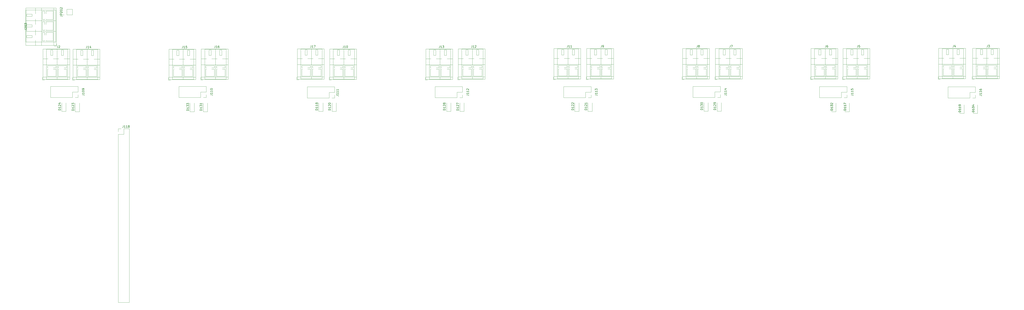
<source format=gbr>
%TF.GenerationSoftware,KiCad,Pcbnew,7.0.8*%
%TF.CreationDate,2023-11-15T12:31:59+01:00*%
%TF.ProjectId,secondary-board-rev1,7365636f-6e64-4617-9279-2d626f617264,rev?*%
%TF.SameCoordinates,Original*%
%TF.FileFunction,Legend,Top*%
%TF.FilePolarity,Positive*%
%FSLAX46Y46*%
G04 Gerber Fmt 4.6, Leading zero omitted, Abs format (unit mm)*
G04 Created by KiCad (PCBNEW 7.0.8) date 2023-11-15 12:31:59*
%MOMM*%
%LPD*%
G01*
G04 APERTURE LIST*
%ADD10C,0.150000*%
%ADD11C,0.120000*%
G04 APERTURE END LIST*
D10*
X439849694Y-564079620D02*
X439849694Y-564793905D01*
X439849694Y-564793905D02*
X439802075Y-564936762D01*
X439802075Y-564936762D02*
X439706837Y-565032001D01*
X439706837Y-565032001D02*
X439563980Y-565079620D01*
X439563980Y-565079620D02*
X439468742Y-565079620D01*
X440468742Y-564508191D02*
X440373504Y-564460572D01*
X440373504Y-564460572D02*
X440325885Y-564412953D01*
X440325885Y-564412953D02*
X440278266Y-564317715D01*
X440278266Y-564317715D02*
X440278266Y-564270096D01*
X440278266Y-564270096D02*
X440325885Y-564174858D01*
X440325885Y-564174858D02*
X440373504Y-564127239D01*
X440373504Y-564127239D02*
X440468742Y-564079620D01*
X440468742Y-564079620D02*
X440659218Y-564079620D01*
X440659218Y-564079620D02*
X440754456Y-564127239D01*
X440754456Y-564127239D02*
X440802075Y-564174858D01*
X440802075Y-564174858D02*
X440849694Y-564270096D01*
X440849694Y-564270096D02*
X440849694Y-564317715D01*
X440849694Y-564317715D02*
X440802075Y-564412953D01*
X440802075Y-564412953D02*
X440754456Y-564460572D01*
X440754456Y-564460572D02*
X440659218Y-564508191D01*
X440659218Y-564508191D02*
X440468742Y-564508191D01*
X440468742Y-564508191D02*
X440373504Y-564555810D01*
X440373504Y-564555810D02*
X440325885Y-564603429D01*
X440325885Y-564603429D02*
X440278266Y-564698667D01*
X440278266Y-564698667D02*
X440278266Y-564889143D01*
X440278266Y-564889143D02*
X440325885Y-564984381D01*
X440325885Y-564984381D02*
X440373504Y-565032001D01*
X440373504Y-565032001D02*
X440468742Y-565079620D01*
X440468742Y-565079620D02*
X440659218Y-565079620D01*
X440659218Y-565079620D02*
X440754456Y-565032001D01*
X440754456Y-565032001D02*
X440802075Y-564984381D01*
X440802075Y-564984381D02*
X440849694Y-564889143D01*
X440849694Y-564889143D02*
X440849694Y-564698667D01*
X440849694Y-564698667D02*
X440802075Y-564603429D01*
X440802075Y-564603429D02*
X440754456Y-564555810D01*
X440754456Y-564555810D02*
X440659218Y-564508191D01*
X322028813Y-594488628D02*
X321028813Y-594488628D01*
X321028813Y-594488628D02*
X321028813Y-594250533D01*
X321028813Y-594250533D02*
X321076432Y-594107676D01*
X321076432Y-594107676D02*
X321171670Y-594012438D01*
X321171670Y-594012438D02*
X321266908Y-593964819D01*
X321266908Y-593964819D02*
X321457384Y-593917200D01*
X321457384Y-593917200D02*
X321600241Y-593917200D01*
X321600241Y-593917200D02*
X321790717Y-593964819D01*
X321790717Y-593964819D02*
X321885955Y-594012438D01*
X321885955Y-594012438D02*
X321981194Y-594107676D01*
X321981194Y-594107676D02*
X322028813Y-594250533D01*
X322028813Y-594250533D02*
X322028813Y-594488628D01*
X322028813Y-592964819D02*
X322028813Y-593536247D01*
X322028813Y-593250533D02*
X321028813Y-593250533D01*
X321028813Y-593250533D02*
X321171670Y-593345771D01*
X321171670Y-593345771D02*
X321266908Y-593441009D01*
X321266908Y-593441009D02*
X321314527Y-593536247D01*
X321124051Y-592583866D02*
X321076432Y-592536247D01*
X321076432Y-592536247D02*
X321028813Y-592441009D01*
X321028813Y-592441009D02*
X321028813Y-592202914D01*
X321028813Y-592202914D02*
X321076432Y-592107676D01*
X321076432Y-592107676D02*
X321124051Y-592060057D01*
X321124051Y-592060057D02*
X321219289Y-592012438D01*
X321219289Y-592012438D02*
X321314527Y-592012438D01*
X321314527Y-592012438D02*
X321457384Y-592060057D01*
X321457384Y-592060057D02*
X322028813Y-592631485D01*
X322028813Y-592631485D02*
X322028813Y-592012438D01*
X321457384Y-591441009D02*
X321409765Y-591536247D01*
X321409765Y-591536247D02*
X321362146Y-591583866D01*
X321362146Y-591583866D02*
X321266908Y-591631485D01*
X321266908Y-591631485D02*
X321219289Y-591631485D01*
X321219289Y-591631485D02*
X321124051Y-591583866D01*
X321124051Y-591583866D02*
X321076432Y-591536247D01*
X321076432Y-591536247D02*
X321028813Y-591441009D01*
X321028813Y-591441009D02*
X321028813Y-591250533D01*
X321028813Y-591250533D02*
X321076432Y-591155295D01*
X321076432Y-591155295D02*
X321124051Y-591107676D01*
X321124051Y-591107676D02*
X321219289Y-591060057D01*
X321219289Y-591060057D02*
X321266908Y-591060057D01*
X321266908Y-591060057D02*
X321362146Y-591107676D01*
X321362146Y-591107676D02*
X321409765Y-591155295D01*
X321409765Y-591155295D02*
X321457384Y-591250533D01*
X321457384Y-591250533D02*
X321457384Y-591441009D01*
X321457384Y-591441009D02*
X321505003Y-591536247D01*
X321505003Y-591536247D02*
X321552622Y-591583866D01*
X321552622Y-591583866D02*
X321647860Y-591631485D01*
X321647860Y-591631485D02*
X321838336Y-591631485D01*
X321838336Y-591631485D02*
X321933574Y-591583866D01*
X321933574Y-591583866D02*
X321981194Y-591536247D01*
X321981194Y-591536247D02*
X322028813Y-591441009D01*
X322028813Y-591441009D02*
X322028813Y-591250533D01*
X322028813Y-591250533D02*
X321981194Y-591155295D01*
X321981194Y-591155295D02*
X321933574Y-591107676D01*
X321933574Y-591107676D02*
X321838336Y-591060057D01*
X321838336Y-591060057D02*
X321647860Y-591060057D01*
X321647860Y-591060057D02*
X321552622Y-591107676D01*
X321552622Y-591107676D02*
X321505003Y-591155295D01*
X321505003Y-591155295D02*
X321457384Y-591250533D01*
X442378813Y-594288628D02*
X441378813Y-594288628D01*
X441378813Y-594288628D02*
X441378813Y-594050533D01*
X441378813Y-594050533D02*
X441426432Y-593907676D01*
X441426432Y-593907676D02*
X441521670Y-593812438D01*
X441521670Y-593812438D02*
X441616908Y-593764819D01*
X441616908Y-593764819D02*
X441807384Y-593717200D01*
X441807384Y-593717200D02*
X441950241Y-593717200D01*
X441950241Y-593717200D02*
X442140717Y-593764819D01*
X442140717Y-593764819D02*
X442235955Y-593812438D01*
X442235955Y-593812438D02*
X442331194Y-593907676D01*
X442331194Y-593907676D02*
X442378813Y-594050533D01*
X442378813Y-594050533D02*
X442378813Y-594288628D01*
X442378813Y-592764819D02*
X442378813Y-593336247D01*
X442378813Y-593050533D02*
X441378813Y-593050533D01*
X441378813Y-593050533D02*
X441521670Y-593145771D01*
X441521670Y-593145771D02*
X441616908Y-593241009D01*
X441616908Y-593241009D02*
X441664527Y-593336247D01*
X441378813Y-592431485D02*
X441378813Y-591812438D01*
X441378813Y-591812438D02*
X441759765Y-592145771D01*
X441759765Y-592145771D02*
X441759765Y-592002914D01*
X441759765Y-592002914D02*
X441807384Y-591907676D01*
X441807384Y-591907676D02*
X441855003Y-591860057D01*
X441855003Y-591860057D02*
X441950241Y-591812438D01*
X441950241Y-591812438D02*
X442188336Y-591812438D01*
X442188336Y-591812438D02*
X442283574Y-591860057D01*
X442283574Y-591860057D02*
X442331194Y-591907676D01*
X442331194Y-591907676D02*
X442378813Y-592002914D01*
X442378813Y-592002914D02*
X442378813Y-592288628D01*
X442378813Y-592288628D02*
X442331194Y-592383866D01*
X442331194Y-592383866D02*
X442283574Y-592431485D01*
X441378813Y-591193390D02*
X441378813Y-591098152D01*
X441378813Y-591098152D02*
X441426432Y-591002914D01*
X441426432Y-591002914D02*
X441474051Y-590955295D01*
X441474051Y-590955295D02*
X441569289Y-590907676D01*
X441569289Y-590907676D02*
X441759765Y-590860057D01*
X441759765Y-590860057D02*
X441997860Y-590860057D01*
X441997860Y-590860057D02*
X442188336Y-590907676D01*
X442188336Y-590907676D02*
X442283574Y-590955295D01*
X442283574Y-590955295D02*
X442331194Y-591002914D01*
X442331194Y-591002914D02*
X442378813Y-591098152D01*
X442378813Y-591098152D02*
X442378813Y-591193390D01*
X442378813Y-591193390D02*
X442331194Y-591288628D01*
X442331194Y-591288628D02*
X442283574Y-591336247D01*
X442283574Y-591336247D02*
X442188336Y-591383866D01*
X442188336Y-591383866D02*
X441997860Y-591431485D01*
X441997860Y-591431485D02*
X441759765Y-591431485D01*
X441759765Y-591431485D02*
X441569289Y-591383866D01*
X441569289Y-591383866D02*
X441474051Y-591336247D01*
X441474051Y-591336247D02*
X441426432Y-591288628D01*
X441426432Y-591288628D02*
X441378813Y-591193390D01*
X199223504Y-564379620D02*
X199223504Y-565093905D01*
X199223504Y-565093905D02*
X199175885Y-565236762D01*
X199175885Y-565236762D02*
X199080647Y-565332001D01*
X199080647Y-565332001D02*
X198937790Y-565379620D01*
X198937790Y-565379620D02*
X198842552Y-565379620D01*
X200223504Y-565379620D02*
X199652076Y-565379620D01*
X199937790Y-565379620D02*
X199937790Y-564379620D01*
X199937790Y-564379620D02*
X199842552Y-564522477D01*
X199842552Y-564522477D02*
X199747314Y-564617715D01*
X199747314Y-564617715D02*
X199652076Y-564665334D01*
X201128266Y-564379620D02*
X200652076Y-564379620D01*
X200652076Y-564379620D02*
X200604457Y-564855810D01*
X200604457Y-564855810D02*
X200652076Y-564808191D01*
X200652076Y-564808191D02*
X200747314Y-564760572D01*
X200747314Y-564760572D02*
X200985409Y-564760572D01*
X200985409Y-564760572D02*
X201080647Y-564808191D01*
X201080647Y-564808191D02*
X201128266Y-564855810D01*
X201128266Y-564855810D02*
X201175885Y-564951048D01*
X201175885Y-564951048D02*
X201175885Y-565189143D01*
X201175885Y-565189143D02*
X201128266Y-565284381D01*
X201128266Y-565284381D02*
X201080647Y-565332001D01*
X201080647Y-565332001D02*
X200985409Y-565379620D01*
X200985409Y-565379620D02*
X200747314Y-565379620D01*
X200747314Y-565379620D02*
X200652076Y-565332001D01*
X200652076Y-565332001D02*
X200604457Y-565284381D01*
X448478813Y-594308610D02*
X447478813Y-594308610D01*
X447478813Y-594308610D02*
X447478813Y-594070515D01*
X447478813Y-594070515D02*
X447526432Y-593927658D01*
X447526432Y-593927658D02*
X447621670Y-593832420D01*
X447621670Y-593832420D02*
X447716908Y-593784801D01*
X447716908Y-593784801D02*
X447907384Y-593737182D01*
X447907384Y-593737182D02*
X448050241Y-593737182D01*
X448050241Y-593737182D02*
X448240717Y-593784801D01*
X448240717Y-593784801D02*
X448335955Y-593832420D01*
X448335955Y-593832420D02*
X448431194Y-593927658D01*
X448431194Y-593927658D02*
X448478813Y-594070515D01*
X448478813Y-594070515D02*
X448478813Y-594308610D01*
X448478813Y-592784801D02*
X448478813Y-593356229D01*
X448478813Y-593070515D02*
X447478813Y-593070515D01*
X447478813Y-593070515D02*
X447621670Y-593165753D01*
X447621670Y-593165753D02*
X447716908Y-593260991D01*
X447716908Y-593260991D02*
X447764527Y-593356229D01*
X447574051Y-592403848D02*
X447526432Y-592356229D01*
X447526432Y-592356229D02*
X447478813Y-592260991D01*
X447478813Y-592260991D02*
X447478813Y-592022896D01*
X447478813Y-592022896D02*
X447526432Y-591927658D01*
X447526432Y-591927658D02*
X447574051Y-591880039D01*
X447574051Y-591880039D02*
X447669289Y-591832420D01*
X447669289Y-591832420D02*
X447764527Y-591832420D01*
X447764527Y-591832420D02*
X447907384Y-591880039D01*
X447907384Y-591880039D02*
X448478813Y-592451467D01*
X448478813Y-592451467D02*
X448478813Y-591832420D01*
X448478813Y-591356229D02*
X448478813Y-591165753D01*
X448478813Y-591165753D02*
X448431194Y-591070515D01*
X448431194Y-591070515D02*
X448383574Y-591022896D01*
X448383574Y-591022896D02*
X448240717Y-590927658D01*
X448240717Y-590927658D02*
X448050241Y-590880039D01*
X448050241Y-590880039D02*
X447669289Y-590880039D01*
X447669289Y-590880039D02*
X447574051Y-590927658D01*
X447574051Y-590927658D02*
X447526432Y-590975277D01*
X447526432Y-590975277D02*
X447478813Y-591070515D01*
X447478813Y-591070515D02*
X447478813Y-591260991D01*
X447478813Y-591260991D02*
X447526432Y-591356229D01*
X447526432Y-591356229D02*
X447574051Y-591403848D01*
X447574051Y-591403848D02*
X447669289Y-591451467D01*
X447669289Y-591451467D02*
X447907384Y-591451467D01*
X447907384Y-591451467D02*
X448002622Y-591403848D01*
X448002622Y-591403848D02*
X448050241Y-591356229D01*
X448050241Y-591356229D02*
X448097860Y-591260991D01*
X448097860Y-591260991D02*
X448097860Y-591070515D01*
X448097860Y-591070515D02*
X448050241Y-590975277D01*
X448050241Y-590975277D02*
X448002622Y-590927658D01*
X448002622Y-590927658D02*
X447907384Y-590880039D01*
X262328813Y-594438628D02*
X261328813Y-594438628D01*
X261328813Y-594438628D02*
X261328813Y-594200533D01*
X261328813Y-594200533D02*
X261376432Y-594057676D01*
X261376432Y-594057676D02*
X261471670Y-593962438D01*
X261471670Y-593962438D02*
X261566908Y-593914819D01*
X261566908Y-593914819D02*
X261757384Y-593867200D01*
X261757384Y-593867200D02*
X261900241Y-593867200D01*
X261900241Y-593867200D02*
X262090717Y-593914819D01*
X262090717Y-593914819D02*
X262185955Y-593962438D01*
X262185955Y-593962438D02*
X262281194Y-594057676D01*
X262281194Y-594057676D02*
X262328813Y-594200533D01*
X262328813Y-594200533D02*
X262328813Y-594438628D01*
X262328813Y-592914819D02*
X262328813Y-593486247D01*
X262328813Y-593200533D02*
X261328813Y-593200533D01*
X261328813Y-593200533D02*
X261471670Y-593295771D01*
X261471670Y-593295771D02*
X261566908Y-593391009D01*
X261566908Y-593391009D02*
X261614527Y-593486247D01*
X262328813Y-591962438D02*
X262328813Y-592533866D01*
X262328813Y-592248152D02*
X261328813Y-592248152D01*
X261328813Y-592248152D02*
X261471670Y-592343390D01*
X261471670Y-592343390D02*
X261566908Y-592438628D01*
X261566908Y-592438628D02*
X261614527Y-592533866D01*
X261757384Y-591391009D02*
X261709765Y-591486247D01*
X261709765Y-591486247D02*
X261662146Y-591533866D01*
X261662146Y-591533866D02*
X261566908Y-591581485D01*
X261566908Y-591581485D02*
X261519289Y-591581485D01*
X261519289Y-591581485D02*
X261424051Y-591533866D01*
X261424051Y-591533866D02*
X261376432Y-591486247D01*
X261376432Y-591486247D02*
X261328813Y-591391009D01*
X261328813Y-591391009D02*
X261328813Y-591200533D01*
X261328813Y-591200533D02*
X261376432Y-591105295D01*
X261376432Y-591105295D02*
X261424051Y-591057676D01*
X261424051Y-591057676D02*
X261519289Y-591010057D01*
X261519289Y-591010057D02*
X261566908Y-591010057D01*
X261566908Y-591010057D02*
X261662146Y-591057676D01*
X261662146Y-591057676D02*
X261709765Y-591105295D01*
X261709765Y-591105295D02*
X261757384Y-591200533D01*
X261757384Y-591200533D02*
X261757384Y-591391009D01*
X261757384Y-591391009D02*
X261805003Y-591486247D01*
X261805003Y-591486247D02*
X261852622Y-591533866D01*
X261852622Y-591533866D02*
X261947860Y-591581485D01*
X261947860Y-591581485D02*
X262138336Y-591581485D01*
X262138336Y-591581485D02*
X262233574Y-591533866D01*
X262233574Y-591533866D02*
X262281194Y-591486247D01*
X262281194Y-591486247D02*
X262328813Y-591391009D01*
X262328813Y-591391009D02*
X262328813Y-591200533D01*
X262328813Y-591200533D02*
X262281194Y-591105295D01*
X262281194Y-591105295D02*
X262233574Y-591057676D01*
X262233574Y-591057676D02*
X262138336Y-591010057D01*
X262138336Y-591010057D02*
X261947860Y-591010057D01*
X261947860Y-591010057D02*
X261852622Y-591057676D01*
X261852622Y-591057676D02*
X261805003Y-591105295D01*
X261805003Y-591105295D02*
X261757384Y-591200533D01*
X152127847Y-587233849D02*
X152842132Y-587233849D01*
X152842132Y-587233849D02*
X152984989Y-587281468D01*
X152984989Y-587281468D02*
X153080228Y-587376706D01*
X153080228Y-587376706D02*
X153127847Y-587519563D01*
X153127847Y-587519563D02*
X153127847Y-587614801D01*
X153127847Y-586233849D02*
X153127847Y-586805277D01*
X153127847Y-586519563D02*
X152127847Y-586519563D01*
X152127847Y-586519563D02*
X152270704Y-586614801D01*
X152270704Y-586614801D02*
X152365942Y-586710039D01*
X152365942Y-586710039D02*
X152413561Y-586805277D01*
X152127847Y-585614801D02*
X152127847Y-585519563D01*
X152127847Y-585519563D02*
X152175466Y-585424325D01*
X152175466Y-585424325D02*
X152223085Y-585376706D01*
X152223085Y-585376706D02*
X152318323Y-585329087D01*
X152318323Y-585329087D02*
X152508799Y-585281468D01*
X152508799Y-585281468D02*
X152746894Y-585281468D01*
X152746894Y-585281468D02*
X152937370Y-585329087D01*
X152937370Y-585329087D02*
X153032608Y-585376706D01*
X153032608Y-585376706D02*
X153080228Y-585424325D01*
X153080228Y-585424325D02*
X153127847Y-585519563D01*
X153127847Y-585519563D02*
X153127847Y-585614801D01*
X153127847Y-585614801D02*
X153080228Y-585710039D01*
X153080228Y-585710039D02*
X153032608Y-585757658D01*
X153032608Y-585757658D02*
X152937370Y-585805277D01*
X152937370Y-585805277D02*
X152746894Y-585852896D01*
X152746894Y-585852896D02*
X152508799Y-585852896D01*
X152508799Y-585852896D02*
X152318323Y-585805277D01*
X152318323Y-585805277D02*
X152223085Y-585757658D01*
X152223085Y-585757658D02*
X152175466Y-585710039D01*
X152175466Y-585710039D02*
X152127847Y-585614801D01*
X153127847Y-584805277D02*
X153127847Y-584614801D01*
X153127847Y-584614801D02*
X153080228Y-584519563D01*
X153080228Y-584519563D02*
X153032608Y-584471944D01*
X153032608Y-584471944D02*
X152889751Y-584376706D01*
X152889751Y-584376706D02*
X152699275Y-584329087D01*
X152699275Y-584329087D02*
X152318323Y-584329087D01*
X152318323Y-584329087D02*
X152223085Y-584376706D01*
X152223085Y-584376706D02*
X152175466Y-584424325D01*
X152175466Y-584424325D02*
X152127847Y-584519563D01*
X152127847Y-584519563D02*
X152127847Y-584710039D01*
X152127847Y-584710039D02*
X152175466Y-584805277D01*
X152175466Y-584805277D02*
X152223085Y-584852896D01*
X152223085Y-584852896D02*
X152318323Y-584900515D01*
X152318323Y-584900515D02*
X152556418Y-584900515D01*
X152556418Y-584900515D02*
X152651656Y-584852896D01*
X152651656Y-584852896D02*
X152699275Y-584805277D01*
X152699275Y-584805277D02*
X152746894Y-584710039D01*
X152746894Y-584710039D02*
X152746894Y-584519563D01*
X152746894Y-584519563D02*
X152699275Y-584424325D01*
X152699275Y-584424325D02*
X152651656Y-584376706D01*
X152651656Y-584376706D02*
X152556418Y-584329087D01*
X455249694Y-564079620D02*
X455249694Y-564793905D01*
X455249694Y-564793905D02*
X455202075Y-564936762D01*
X455202075Y-564936762D02*
X455106837Y-565032001D01*
X455106837Y-565032001D02*
X454963980Y-565079620D01*
X454963980Y-565079620D02*
X454868742Y-565079620D01*
X455630647Y-564079620D02*
X456297313Y-564079620D01*
X456297313Y-564079620D02*
X455868742Y-565079620D01*
X140749694Y-564279620D02*
X140749694Y-564993905D01*
X140749694Y-564993905D02*
X140702075Y-565136762D01*
X140702075Y-565136762D02*
X140606837Y-565232001D01*
X140606837Y-565232001D02*
X140463980Y-565279620D01*
X140463980Y-565279620D02*
X140368742Y-565279620D01*
X141178266Y-564374858D02*
X141225885Y-564327239D01*
X141225885Y-564327239D02*
X141321123Y-564279620D01*
X141321123Y-564279620D02*
X141559218Y-564279620D01*
X141559218Y-564279620D02*
X141654456Y-564327239D01*
X141654456Y-564327239D02*
X141702075Y-564374858D01*
X141702075Y-564374858D02*
X141749694Y-564470096D01*
X141749694Y-564470096D02*
X141749694Y-564565334D01*
X141749694Y-564565334D02*
X141702075Y-564708191D01*
X141702075Y-564708191D02*
X141130647Y-565279620D01*
X141130647Y-565279620D02*
X141749694Y-565279620D01*
X503157847Y-594508610D02*
X502157847Y-594508610D01*
X502157847Y-594508610D02*
X502157847Y-594270515D01*
X502157847Y-594270515D02*
X502205466Y-594127658D01*
X502205466Y-594127658D02*
X502300704Y-594032420D01*
X502300704Y-594032420D02*
X502395942Y-593984801D01*
X502395942Y-593984801D02*
X502586418Y-593937182D01*
X502586418Y-593937182D02*
X502729275Y-593937182D01*
X502729275Y-593937182D02*
X502919751Y-593984801D01*
X502919751Y-593984801D02*
X503014989Y-594032420D01*
X503014989Y-594032420D02*
X503110228Y-594127658D01*
X503110228Y-594127658D02*
X503157847Y-594270515D01*
X503157847Y-594270515D02*
X503157847Y-594508610D01*
X503157847Y-592984801D02*
X503157847Y-593556229D01*
X503157847Y-593270515D02*
X502157847Y-593270515D01*
X502157847Y-593270515D02*
X502300704Y-593365753D01*
X502300704Y-593365753D02*
X502395942Y-593460991D01*
X502395942Y-593460991D02*
X502443561Y-593556229D01*
X502157847Y-592651467D02*
X502157847Y-592032420D01*
X502157847Y-592032420D02*
X502538799Y-592365753D01*
X502538799Y-592365753D02*
X502538799Y-592222896D01*
X502538799Y-592222896D02*
X502586418Y-592127658D01*
X502586418Y-592127658D02*
X502634037Y-592080039D01*
X502634037Y-592080039D02*
X502729275Y-592032420D01*
X502729275Y-592032420D02*
X502967370Y-592032420D01*
X502967370Y-592032420D02*
X503062608Y-592080039D01*
X503062608Y-592080039D02*
X503110228Y-592127658D01*
X503110228Y-592127658D02*
X503157847Y-592222896D01*
X503157847Y-592222896D02*
X503157847Y-592508610D01*
X503157847Y-592508610D02*
X503110228Y-592603848D01*
X503110228Y-592603848D02*
X503062608Y-592651467D01*
X502253085Y-591651467D02*
X502205466Y-591603848D01*
X502205466Y-591603848D02*
X502157847Y-591508610D01*
X502157847Y-591508610D02*
X502157847Y-591270515D01*
X502157847Y-591270515D02*
X502205466Y-591175277D01*
X502205466Y-591175277D02*
X502253085Y-591127658D01*
X502253085Y-591127658D02*
X502348323Y-591080039D01*
X502348323Y-591080039D02*
X502443561Y-591080039D01*
X502443561Y-591080039D02*
X502586418Y-591127658D01*
X502586418Y-591127658D02*
X503157847Y-591699086D01*
X503157847Y-591699086D02*
X503157847Y-591080039D01*
X569357847Y-595308610D02*
X568357847Y-595308610D01*
X568357847Y-595308610D02*
X568357847Y-595070515D01*
X568357847Y-595070515D02*
X568405466Y-594927658D01*
X568405466Y-594927658D02*
X568500704Y-594832420D01*
X568500704Y-594832420D02*
X568595942Y-594784801D01*
X568595942Y-594784801D02*
X568786418Y-594737182D01*
X568786418Y-594737182D02*
X568929275Y-594737182D01*
X568929275Y-594737182D02*
X569119751Y-594784801D01*
X569119751Y-594784801D02*
X569214989Y-594832420D01*
X569214989Y-594832420D02*
X569310228Y-594927658D01*
X569310228Y-594927658D02*
X569357847Y-595070515D01*
X569357847Y-595070515D02*
X569357847Y-595308610D01*
X569357847Y-593784801D02*
X569357847Y-594356229D01*
X569357847Y-594070515D02*
X568357847Y-594070515D01*
X568357847Y-594070515D02*
X568500704Y-594165753D01*
X568500704Y-594165753D02*
X568595942Y-594260991D01*
X568595942Y-594260991D02*
X568643561Y-594356229D01*
X568357847Y-593451467D02*
X568357847Y-592832420D01*
X568357847Y-592832420D02*
X568738799Y-593165753D01*
X568738799Y-593165753D02*
X568738799Y-593022896D01*
X568738799Y-593022896D02*
X568786418Y-592927658D01*
X568786418Y-592927658D02*
X568834037Y-592880039D01*
X568834037Y-592880039D02*
X568929275Y-592832420D01*
X568929275Y-592832420D02*
X569167370Y-592832420D01*
X569167370Y-592832420D02*
X569262608Y-592880039D01*
X569262608Y-592880039D02*
X569310228Y-592927658D01*
X569310228Y-592927658D02*
X569357847Y-593022896D01*
X569357847Y-593022896D02*
X569357847Y-593308610D01*
X569357847Y-593308610D02*
X569310228Y-593403848D01*
X569310228Y-593403848D02*
X569262608Y-593451467D01*
X568691180Y-591975277D02*
X569357847Y-591975277D01*
X568310228Y-592213372D02*
X569024513Y-592451467D01*
X569024513Y-592451467D02*
X569024513Y-591832420D01*
X259223504Y-564179620D02*
X259223504Y-564893905D01*
X259223504Y-564893905D02*
X259175885Y-565036762D01*
X259175885Y-565036762D02*
X259080647Y-565132001D01*
X259080647Y-565132001D02*
X258937790Y-565179620D01*
X258937790Y-565179620D02*
X258842552Y-565179620D01*
X260223504Y-565179620D02*
X259652076Y-565179620D01*
X259937790Y-565179620D02*
X259937790Y-564179620D01*
X259937790Y-564179620D02*
X259842552Y-564322477D01*
X259842552Y-564322477D02*
X259747314Y-564417715D01*
X259747314Y-564417715D02*
X259652076Y-564465334D01*
X260556838Y-564179620D02*
X261223504Y-564179620D01*
X261223504Y-564179620D02*
X260794933Y-565179620D01*
X575549694Y-563979620D02*
X575549694Y-564693905D01*
X575549694Y-564693905D02*
X575502075Y-564836762D01*
X575502075Y-564836762D02*
X575406837Y-564932001D01*
X575406837Y-564932001D02*
X575263980Y-564979620D01*
X575263980Y-564979620D02*
X575168742Y-564979620D01*
X575930647Y-563979620D02*
X576549694Y-563979620D01*
X576549694Y-563979620D02*
X576216361Y-564360572D01*
X576216361Y-564360572D02*
X576359218Y-564360572D01*
X576359218Y-564360572D02*
X576454456Y-564408191D01*
X576454456Y-564408191D02*
X576502075Y-564455810D01*
X576502075Y-564455810D02*
X576549694Y-564551048D01*
X576549694Y-564551048D02*
X576549694Y-564789143D01*
X576549694Y-564789143D02*
X576502075Y-564884381D01*
X576502075Y-564884381D02*
X576454456Y-564932001D01*
X576454456Y-564932001D02*
X576359218Y-564979620D01*
X576359218Y-564979620D02*
X576073504Y-564979620D01*
X576073504Y-564979620D02*
X575978266Y-564932001D01*
X575978266Y-564932001D02*
X575930647Y-564884381D01*
X571787847Y-587433849D02*
X572502132Y-587433849D01*
X572502132Y-587433849D02*
X572644989Y-587481468D01*
X572644989Y-587481468D02*
X572740228Y-587576706D01*
X572740228Y-587576706D02*
X572787847Y-587719563D01*
X572787847Y-587719563D02*
X572787847Y-587814801D01*
X572787847Y-586433849D02*
X572787847Y-587005277D01*
X572787847Y-586719563D02*
X571787847Y-586719563D01*
X571787847Y-586719563D02*
X571930704Y-586814801D01*
X571930704Y-586814801D02*
X572025942Y-586910039D01*
X572025942Y-586910039D02*
X572073561Y-587005277D01*
X572787847Y-585481468D02*
X572787847Y-586052896D01*
X572787847Y-585767182D02*
X571787847Y-585767182D01*
X571787847Y-585767182D02*
X571930704Y-585862420D01*
X571930704Y-585862420D02*
X572025942Y-585957658D01*
X572025942Y-585957658D02*
X572073561Y-586052896D01*
X571787847Y-584624325D02*
X571787847Y-584814801D01*
X571787847Y-584814801D02*
X571835466Y-584910039D01*
X571835466Y-584910039D02*
X571883085Y-584957658D01*
X571883085Y-584957658D02*
X572025942Y-585052896D01*
X572025942Y-585052896D02*
X572216418Y-585100515D01*
X572216418Y-585100515D02*
X572597370Y-585100515D01*
X572597370Y-585100515D02*
X572692608Y-585052896D01*
X572692608Y-585052896D02*
X572740228Y-585005277D01*
X572740228Y-585005277D02*
X572787847Y-584910039D01*
X572787847Y-584910039D02*
X572787847Y-584719563D01*
X572787847Y-584719563D02*
X572740228Y-584624325D01*
X572740228Y-584624325D02*
X572692608Y-584576706D01*
X572692608Y-584576706D02*
X572597370Y-584529087D01*
X572597370Y-584529087D02*
X572359275Y-584529087D01*
X572359275Y-584529087D02*
X572264037Y-584576706D01*
X572264037Y-584576706D02*
X572216418Y-584624325D01*
X572216418Y-584624325D02*
X572168799Y-584719563D01*
X572168799Y-584719563D02*
X572168799Y-584910039D01*
X572168799Y-584910039D02*
X572216418Y-585005277D01*
X572216418Y-585005277D02*
X572264037Y-585052896D01*
X572264037Y-585052896D02*
X572359275Y-585100515D01*
X379223504Y-564079620D02*
X379223504Y-564793905D01*
X379223504Y-564793905D02*
X379175885Y-564936762D01*
X379175885Y-564936762D02*
X379080647Y-565032001D01*
X379080647Y-565032001D02*
X378937790Y-565079620D01*
X378937790Y-565079620D02*
X378842552Y-565079620D01*
X380223504Y-565079620D02*
X379652076Y-565079620D01*
X379937790Y-565079620D02*
X379937790Y-564079620D01*
X379937790Y-564079620D02*
X379842552Y-564222477D01*
X379842552Y-564222477D02*
X379747314Y-564317715D01*
X379747314Y-564317715D02*
X379652076Y-564365334D01*
X381175885Y-565079620D02*
X380604457Y-565079620D01*
X380890171Y-565079620D02*
X380890171Y-564079620D01*
X380890171Y-564079620D02*
X380794933Y-564222477D01*
X380794933Y-564222477D02*
X380699695Y-564317715D01*
X380699695Y-564317715D02*
X380604457Y-564365334D01*
X382028813Y-594388628D02*
X381028813Y-594388628D01*
X381028813Y-594388628D02*
X381028813Y-594150533D01*
X381028813Y-594150533D02*
X381076432Y-594007676D01*
X381076432Y-594007676D02*
X381171670Y-593912438D01*
X381171670Y-593912438D02*
X381266908Y-593864819D01*
X381266908Y-593864819D02*
X381457384Y-593817200D01*
X381457384Y-593817200D02*
X381600241Y-593817200D01*
X381600241Y-593817200D02*
X381790717Y-593864819D01*
X381790717Y-593864819D02*
X381885955Y-593912438D01*
X381885955Y-593912438D02*
X381981194Y-594007676D01*
X381981194Y-594007676D02*
X382028813Y-594150533D01*
X382028813Y-594150533D02*
X382028813Y-594388628D01*
X382028813Y-592864819D02*
X382028813Y-593436247D01*
X382028813Y-593150533D02*
X381028813Y-593150533D01*
X381028813Y-593150533D02*
X381171670Y-593245771D01*
X381171670Y-593245771D02*
X381266908Y-593341009D01*
X381266908Y-593341009D02*
X381314527Y-593436247D01*
X381124051Y-592483866D02*
X381076432Y-592436247D01*
X381076432Y-592436247D02*
X381028813Y-592341009D01*
X381028813Y-592341009D02*
X381028813Y-592102914D01*
X381028813Y-592102914D02*
X381076432Y-592007676D01*
X381076432Y-592007676D02*
X381124051Y-591960057D01*
X381124051Y-591960057D02*
X381219289Y-591912438D01*
X381219289Y-591912438D02*
X381314527Y-591912438D01*
X381314527Y-591912438D02*
X381457384Y-591960057D01*
X381457384Y-591960057D02*
X382028813Y-592531485D01*
X382028813Y-592531485D02*
X382028813Y-591912438D01*
X381124051Y-591531485D02*
X381076432Y-591483866D01*
X381076432Y-591483866D02*
X381028813Y-591388628D01*
X381028813Y-591388628D02*
X381028813Y-591150533D01*
X381028813Y-591150533D02*
X381076432Y-591055295D01*
X381076432Y-591055295D02*
X381124051Y-591007676D01*
X381124051Y-591007676D02*
X381219289Y-590960057D01*
X381219289Y-590960057D02*
X381314527Y-590960057D01*
X381314527Y-590960057D02*
X381457384Y-591007676D01*
X381457384Y-591007676D02*
X382028813Y-591579104D01*
X382028813Y-591579104D02*
X382028813Y-590960057D01*
X202028813Y-594638628D02*
X201028813Y-594638628D01*
X201028813Y-594638628D02*
X201028813Y-594400533D01*
X201028813Y-594400533D02*
X201076432Y-594257676D01*
X201076432Y-594257676D02*
X201171670Y-594162438D01*
X201171670Y-594162438D02*
X201266908Y-594114819D01*
X201266908Y-594114819D02*
X201457384Y-594067200D01*
X201457384Y-594067200D02*
X201600241Y-594067200D01*
X201600241Y-594067200D02*
X201790717Y-594114819D01*
X201790717Y-594114819D02*
X201885955Y-594162438D01*
X201885955Y-594162438D02*
X201981194Y-594257676D01*
X201981194Y-594257676D02*
X202028813Y-594400533D01*
X202028813Y-594400533D02*
X202028813Y-594638628D01*
X202028813Y-593114819D02*
X202028813Y-593686247D01*
X202028813Y-593400533D02*
X201028813Y-593400533D01*
X201028813Y-593400533D02*
X201171670Y-593495771D01*
X201171670Y-593495771D02*
X201266908Y-593591009D01*
X201266908Y-593591009D02*
X201314527Y-593686247D01*
X201028813Y-592781485D02*
X201028813Y-592162438D01*
X201028813Y-592162438D02*
X201409765Y-592495771D01*
X201409765Y-592495771D02*
X201409765Y-592352914D01*
X201409765Y-592352914D02*
X201457384Y-592257676D01*
X201457384Y-592257676D02*
X201505003Y-592210057D01*
X201505003Y-592210057D02*
X201600241Y-592162438D01*
X201600241Y-592162438D02*
X201838336Y-592162438D01*
X201838336Y-592162438D02*
X201933574Y-592210057D01*
X201933574Y-592210057D02*
X201981194Y-592257676D01*
X201981194Y-592257676D02*
X202028813Y-592352914D01*
X202028813Y-592352914D02*
X202028813Y-592638628D01*
X202028813Y-592638628D02*
X201981194Y-592733866D01*
X201981194Y-592733866D02*
X201933574Y-592781485D01*
X201028813Y-591829104D02*
X201028813Y-591210057D01*
X201028813Y-591210057D02*
X201409765Y-591543390D01*
X201409765Y-591543390D02*
X201409765Y-591400533D01*
X201409765Y-591400533D02*
X201457384Y-591305295D01*
X201457384Y-591305295D02*
X201505003Y-591257676D01*
X201505003Y-591257676D02*
X201600241Y-591210057D01*
X201600241Y-591210057D02*
X201838336Y-591210057D01*
X201838336Y-591210057D02*
X201933574Y-591257676D01*
X201933574Y-591257676D02*
X201981194Y-591305295D01*
X201981194Y-591305295D02*
X202028813Y-591400533D01*
X202028813Y-591400533D02*
X202028813Y-591686247D01*
X202028813Y-591686247D02*
X201981194Y-591781485D01*
X201981194Y-591781485D02*
X201933574Y-591829104D01*
X452517847Y-587223849D02*
X453232132Y-587223849D01*
X453232132Y-587223849D02*
X453374989Y-587271468D01*
X453374989Y-587271468D02*
X453470228Y-587366706D01*
X453470228Y-587366706D02*
X453517847Y-587509563D01*
X453517847Y-587509563D02*
X453517847Y-587604801D01*
X453517847Y-586223849D02*
X453517847Y-586795277D01*
X453517847Y-586509563D02*
X452517847Y-586509563D01*
X452517847Y-586509563D02*
X452660704Y-586604801D01*
X452660704Y-586604801D02*
X452755942Y-586700039D01*
X452755942Y-586700039D02*
X452803561Y-586795277D01*
X453517847Y-585271468D02*
X453517847Y-585842896D01*
X453517847Y-585557182D02*
X452517847Y-585557182D01*
X452517847Y-585557182D02*
X452660704Y-585652420D01*
X452660704Y-585652420D02*
X452755942Y-585747658D01*
X452755942Y-585747658D02*
X452803561Y-585842896D01*
X452851180Y-584414325D02*
X453517847Y-584414325D01*
X452470228Y-584652420D02*
X453184513Y-584890515D01*
X453184513Y-584890515D02*
X453184513Y-584271468D01*
X148378813Y-594588628D02*
X147378813Y-594588628D01*
X147378813Y-594588628D02*
X147378813Y-594350533D01*
X147378813Y-594350533D02*
X147426432Y-594207676D01*
X147426432Y-594207676D02*
X147521670Y-594112438D01*
X147521670Y-594112438D02*
X147616908Y-594064819D01*
X147616908Y-594064819D02*
X147807384Y-594017200D01*
X147807384Y-594017200D02*
X147950241Y-594017200D01*
X147950241Y-594017200D02*
X148140717Y-594064819D01*
X148140717Y-594064819D02*
X148235955Y-594112438D01*
X148235955Y-594112438D02*
X148331194Y-594207676D01*
X148331194Y-594207676D02*
X148378813Y-594350533D01*
X148378813Y-594350533D02*
X148378813Y-594588628D01*
X148378813Y-593064819D02*
X148378813Y-593636247D01*
X148378813Y-593350533D02*
X147378813Y-593350533D01*
X147378813Y-593350533D02*
X147521670Y-593445771D01*
X147521670Y-593445771D02*
X147616908Y-593541009D01*
X147616908Y-593541009D02*
X147664527Y-593636247D01*
X147474051Y-592683866D02*
X147426432Y-592636247D01*
X147426432Y-592636247D02*
X147378813Y-592541009D01*
X147378813Y-592541009D02*
X147378813Y-592302914D01*
X147378813Y-592302914D02*
X147426432Y-592207676D01*
X147426432Y-592207676D02*
X147474051Y-592160057D01*
X147474051Y-592160057D02*
X147569289Y-592112438D01*
X147569289Y-592112438D02*
X147664527Y-592112438D01*
X147664527Y-592112438D02*
X147807384Y-592160057D01*
X147807384Y-592160057D02*
X148378813Y-592731485D01*
X148378813Y-592731485D02*
X148378813Y-592112438D01*
X147378813Y-591779104D02*
X147378813Y-591160057D01*
X147378813Y-591160057D02*
X147759765Y-591493390D01*
X147759765Y-591493390D02*
X147759765Y-591350533D01*
X147759765Y-591350533D02*
X147807384Y-591255295D01*
X147807384Y-591255295D02*
X147855003Y-591207676D01*
X147855003Y-591207676D02*
X147950241Y-591160057D01*
X147950241Y-591160057D02*
X148188336Y-591160057D01*
X148188336Y-591160057D02*
X148283574Y-591207676D01*
X148283574Y-591207676D02*
X148331194Y-591255295D01*
X148331194Y-591255295D02*
X148378813Y-591350533D01*
X148378813Y-591350533D02*
X148378813Y-591636247D01*
X148378813Y-591636247D02*
X148331194Y-591731485D01*
X148331194Y-591731485D02*
X148283574Y-591779104D01*
X395049694Y-564079620D02*
X395049694Y-564793905D01*
X395049694Y-564793905D02*
X395002075Y-564936762D01*
X395002075Y-564936762D02*
X394906837Y-565032001D01*
X394906837Y-565032001D02*
X394763980Y-565079620D01*
X394763980Y-565079620D02*
X394668742Y-565079620D01*
X395573504Y-565079620D02*
X395763980Y-565079620D01*
X395763980Y-565079620D02*
X395859218Y-565032001D01*
X395859218Y-565032001D02*
X395906837Y-564984381D01*
X395906837Y-564984381D02*
X396002075Y-564841524D01*
X396002075Y-564841524D02*
X396049694Y-564651048D01*
X396049694Y-564651048D02*
X396049694Y-564270096D01*
X396049694Y-564270096D02*
X396002075Y-564174858D01*
X396002075Y-564174858D02*
X395954456Y-564127239D01*
X395954456Y-564127239D02*
X395859218Y-564079620D01*
X395859218Y-564079620D02*
X395668742Y-564079620D01*
X395668742Y-564079620D02*
X395573504Y-564127239D01*
X395573504Y-564127239D02*
X395525885Y-564174858D01*
X395525885Y-564174858D02*
X395478266Y-564270096D01*
X395478266Y-564270096D02*
X395478266Y-564508191D01*
X395478266Y-564508191D02*
X395525885Y-564603429D01*
X395525885Y-564603429D02*
X395573504Y-564651048D01*
X395573504Y-564651048D02*
X395668742Y-564698667D01*
X395668742Y-564698667D02*
X395859218Y-564698667D01*
X395859218Y-564698667D02*
X395954456Y-564651048D01*
X395954456Y-564651048D02*
X396002075Y-564603429D01*
X396002075Y-564603429D02*
X396049694Y-564508191D01*
X331927847Y-587333849D02*
X332642132Y-587333849D01*
X332642132Y-587333849D02*
X332784989Y-587381468D01*
X332784989Y-587381468D02*
X332880228Y-587476706D01*
X332880228Y-587476706D02*
X332927847Y-587619563D01*
X332927847Y-587619563D02*
X332927847Y-587714801D01*
X332927847Y-586333849D02*
X332927847Y-586905277D01*
X332927847Y-586619563D02*
X331927847Y-586619563D01*
X331927847Y-586619563D02*
X332070704Y-586714801D01*
X332070704Y-586714801D02*
X332165942Y-586810039D01*
X332165942Y-586810039D02*
X332213561Y-586905277D01*
X332927847Y-585381468D02*
X332927847Y-585952896D01*
X332927847Y-585667182D02*
X331927847Y-585667182D01*
X331927847Y-585667182D02*
X332070704Y-585762420D01*
X332070704Y-585762420D02*
X332165942Y-585857658D01*
X332165942Y-585857658D02*
X332213561Y-585952896D01*
X332023085Y-585000515D02*
X331975466Y-584952896D01*
X331975466Y-584952896D02*
X331927847Y-584857658D01*
X331927847Y-584857658D02*
X331927847Y-584619563D01*
X331927847Y-584619563D02*
X331975466Y-584524325D01*
X331975466Y-584524325D02*
X332023085Y-584476706D01*
X332023085Y-584476706D02*
X332118323Y-584429087D01*
X332118323Y-584429087D02*
X332213561Y-584429087D01*
X332213561Y-584429087D02*
X332356418Y-584476706D01*
X332356418Y-584476706D02*
X332927847Y-585048134D01*
X332927847Y-585048134D02*
X332927847Y-584429087D01*
X319373504Y-564279620D02*
X319373504Y-564993905D01*
X319373504Y-564993905D02*
X319325885Y-565136762D01*
X319325885Y-565136762D02*
X319230647Y-565232001D01*
X319230647Y-565232001D02*
X319087790Y-565279620D01*
X319087790Y-565279620D02*
X318992552Y-565279620D01*
X320373504Y-565279620D02*
X319802076Y-565279620D01*
X320087790Y-565279620D02*
X320087790Y-564279620D01*
X320087790Y-564279620D02*
X319992552Y-564422477D01*
X319992552Y-564422477D02*
X319897314Y-564517715D01*
X319897314Y-564517715D02*
X319802076Y-564565334D01*
X320706838Y-564279620D02*
X321325885Y-564279620D01*
X321325885Y-564279620D02*
X320992552Y-564660572D01*
X320992552Y-564660572D02*
X321135409Y-564660572D01*
X321135409Y-564660572D02*
X321230647Y-564708191D01*
X321230647Y-564708191D02*
X321278266Y-564755810D01*
X321278266Y-564755810D02*
X321325885Y-564851048D01*
X321325885Y-564851048D02*
X321325885Y-565089143D01*
X321325885Y-565089143D02*
X321278266Y-565184381D01*
X321278266Y-565184381D02*
X321230647Y-565232001D01*
X321230647Y-565232001D02*
X321135409Y-565279620D01*
X321135409Y-565279620D02*
X320849695Y-565279620D01*
X320849695Y-565279620D02*
X320754457Y-565232001D01*
X320754457Y-565232001D02*
X320706838Y-565184381D01*
X208228813Y-594588628D02*
X207228813Y-594588628D01*
X207228813Y-594588628D02*
X207228813Y-594350533D01*
X207228813Y-594350533D02*
X207276432Y-594207676D01*
X207276432Y-594207676D02*
X207371670Y-594112438D01*
X207371670Y-594112438D02*
X207466908Y-594064819D01*
X207466908Y-594064819D02*
X207657384Y-594017200D01*
X207657384Y-594017200D02*
X207800241Y-594017200D01*
X207800241Y-594017200D02*
X207990717Y-594064819D01*
X207990717Y-594064819D02*
X208085955Y-594112438D01*
X208085955Y-594112438D02*
X208181194Y-594207676D01*
X208181194Y-594207676D02*
X208228813Y-594350533D01*
X208228813Y-594350533D02*
X208228813Y-594588628D01*
X208228813Y-593064819D02*
X208228813Y-593636247D01*
X208228813Y-593350533D02*
X207228813Y-593350533D01*
X207228813Y-593350533D02*
X207371670Y-593445771D01*
X207371670Y-593445771D02*
X207466908Y-593541009D01*
X207466908Y-593541009D02*
X207514527Y-593636247D01*
X207228813Y-592731485D02*
X207228813Y-592112438D01*
X207228813Y-592112438D02*
X207609765Y-592445771D01*
X207609765Y-592445771D02*
X207609765Y-592302914D01*
X207609765Y-592302914D02*
X207657384Y-592207676D01*
X207657384Y-592207676D02*
X207705003Y-592160057D01*
X207705003Y-592160057D02*
X207800241Y-592112438D01*
X207800241Y-592112438D02*
X208038336Y-592112438D01*
X208038336Y-592112438D02*
X208133574Y-592160057D01*
X208133574Y-592160057D02*
X208181194Y-592207676D01*
X208181194Y-592207676D02*
X208228813Y-592302914D01*
X208228813Y-592302914D02*
X208228813Y-592588628D01*
X208228813Y-592588628D02*
X208181194Y-592683866D01*
X208181194Y-592683866D02*
X208133574Y-592731485D01*
X208228813Y-591160057D02*
X208228813Y-591731485D01*
X208228813Y-591445771D02*
X207228813Y-591445771D01*
X207228813Y-591445771D02*
X207371670Y-591541009D01*
X207371670Y-591541009D02*
X207466908Y-591636247D01*
X207466908Y-591636247D02*
X207514527Y-591731485D01*
X328278813Y-594538628D02*
X327278813Y-594538628D01*
X327278813Y-594538628D02*
X327278813Y-594300533D01*
X327278813Y-594300533D02*
X327326432Y-594157676D01*
X327326432Y-594157676D02*
X327421670Y-594062438D01*
X327421670Y-594062438D02*
X327516908Y-594014819D01*
X327516908Y-594014819D02*
X327707384Y-593967200D01*
X327707384Y-593967200D02*
X327850241Y-593967200D01*
X327850241Y-593967200D02*
X328040717Y-594014819D01*
X328040717Y-594014819D02*
X328135955Y-594062438D01*
X328135955Y-594062438D02*
X328231194Y-594157676D01*
X328231194Y-594157676D02*
X328278813Y-594300533D01*
X328278813Y-594300533D02*
X328278813Y-594538628D01*
X328278813Y-593014819D02*
X328278813Y-593586247D01*
X328278813Y-593300533D02*
X327278813Y-593300533D01*
X327278813Y-593300533D02*
X327421670Y-593395771D01*
X327421670Y-593395771D02*
X327516908Y-593491009D01*
X327516908Y-593491009D02*
X327564527Y-593586247D01*
X327374051Y-592633866D02*
X327326432Y-592586247D01*
X327326432Y-592586247D02*
X327278813Y-592491009D01*
X327278813Y-592491009D02*
X327278813Y-592252914D01*
X327278813Y-592252914D02*
X327326432Y-592157676D01*
X327326432Y-592157676D02*
X327374051Y-592110057D01*
X327374051Y-592110057D02*
X327469289Y-592062438D01*
X327469289Y-592062438D02*
X327564527Y-592062438D01*
X327564527Y-592062438D02*
X327707384Y-592110057D01*
X327707384Y-592110057D02*
X328278813Y-592681485D01*
X328278813Y-592681485D02*
X328278813Y-592062438D01*
X327278813Y-591729104D02*
X327278813Y-591062438D01*
X327278813Y-591062438D02*
X328278813Y-591491009D01*
X509357847Y-594508610D02*
X508357847Y-594508610D01*
X508357847Y-594508610D02*
X508357847Y-594270515D01*
X508357847Y-594270515D02*
X508405466Y-594127658D01*
X508405466Y-594127658D02*
X508500704Y-594032420D01*
X508500704Y-594032420D02*
X508595942Y-593984801D01*
X508595942Y-593984801D02*
X508786418Y-593937182D01*
X508786418Y-593937182D02*
X508929275Y-593937182D01*
X508929275Y-593937182D02*
X509119751Y-593984801D01*
X509119751Y-593984801D02*
X509214989Y-594032420D01*
X509214989Y-594032420D02*
X509310228Y-594127658D01*
X509310228Y-594127658D02*
X509357847Y-594270515D01*
X509357847Y-594270515D02*
X509357847Y-594508610D01*
X509357847Y-592984801D02*
X509357847Y-593556229D01*
X509357847Y-593270515D02*
X508357847Y-593270515D01*
X508357847Y-593270515D02*
X508500704Y-593365753D01*
X508500704Y-593365753D02*
X508595942Y-593460991D01*
X508595942Y-593460991D02*
X508643561Y-593556229D01*
X509357847Y-592032420D02*
X509357847Y-592603848D01*
X509357847Y-592318134D02*
X508357847Y-592318134D01*
X508357847Y-592318134D02*
X508500704Y-592413372D01*
X508500704Y-592413372D02*
X508595942Y-592508610D01*
X508595942Y-592508610D02*
X508643561Y-592603848D01*
X508357847Y-591699086D02*
X508357847Y-591032420D01*
X508357847Y-591032420D02*
X509357847Y-591460991D01*
X334473504Y-564179620D02*
X334473504Y-564893905D01*
X334473504Y-564893905D02*
X334425885Y-565036762D01*
X334425885Y-565036762D02*
X334330647Y-565132001D01*
X334330647Y-565132001D02*
X334187790Y-565179620D01*
X334187790Y-565179620D02*
X334092552Y-565179620D01*
X335473504Y-565179620D02*
X334902076Y-565179620D01*
X335187790Y-565179620D02*
X335187790Y-564179620D01*
X335187790Y-564179620D02*
X335092552Y-564322477D01*
X335092552Y-564322477D02*
X334997314Y-564417715D01*
X334997314Y-564417715D02*
X334902076Y-564465334D01*
X335854457Y-564274858D02*
X335902076Y-564227239D01*
X335902076Y-564227239D02*
X335997314Y-564179620D01*
X335997314Y-564179620D02*
X336235409Y-564179620D01*
X336235409Y-564179620D02*
X336330647Y-564227239D01*
X336330647Y-564227239D02*
X336378266Y-564274858D01*
X336378266Y-564274858D02*
X336425885Y-564370096D01*
X336425885Y-564370096D02*
X336425885Y-564465334D01*
X336425885Y-564465334D02*
X336378266Y-564608191D01*
X336378266Y-564608191D02*
X335806838Y-565179620D01*
X335806838Y-565179620D02*
X336425885Y-565179620D01*
X274373504Y-564279620D02*
X274373504Y-564993905D01*
X274373504Y-564993905D02*
X274325885Y-565136762D01*
X274325885Y-565136762D02*
X274230647Y-565232001D01*
X274230647Y-565232001D02*
X274087790Y-565279620D01*
X274087790Y-565279620D02*
X273992552Y-565279620D01*
X275373504Y-565279620D02*
X274802076Y-565279620D01*
X275087790Y-565279620D02*
X275087790Y-564279620D01*
X275087790Y-564279620D02*
X274992552Y-564422477D01*
X274992552Y-564422477D02*
X274897314Y-564517715D01*
X274897314Y-564517715D02*
X274802076Y-564565334D01*
X275992552Y-564279620D02*
X276087790Y-564279620D01*
X276087790Y-564279620D02*
X276183028Y-564327239D01*
X276183028Y-564327239D02*
X276230647Y-564374858D01*
X276230647Y-564374858D02*
X276278266Y-564470096D01*
X276278266Y-564470096D02*
X276325885Y-564660572D01*
X276325885Y-564660572D02*
X276325885Y-564898667D01*
X276325885Y-564898667D02*
X276278266Y-565089143D01*
X276278266Y-565089143D02*
X276230647Y-565184381D01*
X276230647Y-565184381D02*
X276183028Y-565232001D01*
X276183028Y-565232001D02*
X276087790Y-565279620D01*
X276087790Y-565279620D02*
X275992552Y-565279620D01*
X275992552Y-565279620D02*
X275897314Y-565232001D01*
X275897314Y-565232001D02*
X275849695Y-565184381D01*
X275849695Y-565184381D02*
X275802076Y-565089143D01*
X275802076Y-565089143D02*
X275754457Y-564898667D01*
X275754457Y-564898667D02*
X275754457Y-564660572D01*
X275754457Y-564660572D02*
X275802076Y-564470096D01*
X275802076Y-564470096D02*
X275849695Y-564374858D01*
X275849695Y-564374858D02*
X275897314Y-564327239D01*
X275897314Y-564327239D02*
X275992552Y-564279620D01*
X563057847Y-595308610D02*
X562057847Y-595308610D01*
X562057847Y-595308610D02*
X562057847Y-595070515D01*
X562057847Y-595070515D02*
X562105466Y-594927658D01*
X562105466Y-594927658D02*
X562200704Y-594832420D01*
X562200704Y-594832420D02*
X562295942Y-594784801D01*
X562295942Y-594784801D02*
X562486418Y-594737182D01*
X562486418Y-594737182D02*
X562629275Y-594737182D01*
X562629275Y-594737182D02*
X562819751Y-594784801D01*
X562819751Y-594784801D02*
X562914989Y-594832420D01*
X562914989Y-594832420D02*
X563010228Y-594927658D01*
X563010228Y-594927658D02*
X563057847Y-595070515D01*
X563057847Y-595070515D02*
X563057847Y-595308610D01*
X563057847Y-593784801D02*
X563057847Y-594356229D01*
X563057847Y-594070515D02*
X562057847Y-594070515D01*
X562057847Y-594070515D02*
X562200704Y-594165753D01*
X562200704Y-594165753D02*
X562295942Y-594260991D01*
X562295942Y-594260991D02*
X562343561Y-594356229D01*
X563057847Y-592832420D02*
X563057847Y-593403848D01*
X563057847Y-593118134D02*
X562057847Y-593118134D01*
X562057847Y-593118134D02*
X562200704Y-593213372D01*
X562200704Y-593213372D02*
X562295942Y-593308610D01*
X562295942Y-593308610D02*
X562343561Y-593403848D01*
X563057847Y-592356229D02*
X563057847Y-592165753D01*
X563057847Y-592165753D02*
X563010228Y-592070515D01*
X563010228Y-592070515D02*
X562962608Y-592022896D01*
X562962608Y-592022896D02*
X562819751Y-591927658D01*
X562819751Y-591927658D02*
X562629275Y-591880039D01*
X562629275Y-591880039D02*
X562248323Y-591880039D01*
X562248323Y-591880039D02*
X562153085Y-591927658D01*
X562153085Y-591927658D02*
X562105466Y-591975277D01*
X562105466Y-591975277D02*
X562057847Y-592070515D01*
X562057847Y-592070515D02*
X562057847Y-592260991D01*
X562057847Y-592260991D02*
X562105466Y-592356229D01*
X562105466Y-592356229D02*
X562153085Y-592403848D01*
X562153085Y-592403848D02*
X562248323Y-592451467D01*
X562248323Y-592451467D02*
X562486418Y-592451467D01*
X562486418Y-592451467D02*
X562581656Y-592403848D01*
X562581656Y-592403848D02*
X562629275Y-592356229D01*
X562629275Y-592356229D02*
X562676894Y-592260991D01*
X562676894Y-592260991D02*
X562676894Y-592070515D01*
X562676894Y-592070515D02*
X562629275Y-591975277D01*
X562629275Y-591975277D02*
X562581656Y-591927658D01*
X562581656Y-591927658D02*
X562486418Y-591880039D01*
X268328813Y-594488628D02*
X267328813Y-594488628D01*
X267328813Y-594488628D02*
X267328813Y-594250533D01*
X267328813Y-594250533D02*
X267376432Y-594107676D01*
X267376432Y-594107676D02*
X267471670Y-594012438D01*
X267471670Y-594012438D02*
X267566908Y-593964819D01*
X267566908Y-593964819D02*
X267757384Y-593917200D01*
X267757384Y-593917200D02*
X267900241Y-593917200D01*
X267900241Y-593917200D02*
X268090717Y-593964819D01*
X268090717Y-593964819D02*
X268185955Y-594012438D01*
X268185955Y-594012438D02*
X268281194Y-594107676D01*
X268281194Y-594107676D02*
X268328813Y-594250533D01*
X268328813Y-594250533D02*
X268328813Y-594488628D01*
X268328813Y-592964819D02*
X268328813Y-593536247D01*
X268328813Y-593250533D02*
X267328813Y-593250533D01*
X267328813Y-593250533D02*
X267471670Y-593345771D01*
X267471670Y-593345771D02*
X267566908Y-593441009D01*
X267566908Y-593441009D02*
X267614527Y-593536247D01*
X267424051Y-592583866D02*
X267376432Y-592536247D01*
X267376432Y-592536247D02*
X267328813Y-592441009D01*
X267328813Y-592441009D02*
X267328813Y-592202914D01*
X267328813Y-592202914D02*
X267376432Y-592107676D01*
X267376432Y-592107676D02*
X267424051Y-592060057D01*
X267424051Y-592060057D02*
X267519289Y-592012438D01*
X267519289Y-592012438D02*
X267614527Y-592012438D01*
X267614527Y-592012438D02*
X267757384Y-592060057D01*
X267757384Y-592060057D02*
X268328813Y-592631485D01*
X268328813Y-592631485D02*
X268328813Y-592012438D01*
X267328813Y-591393390D02*
X267328813Y-591298152D01*
X267328813Y-591298152D02*
X267376432Y-591202914D01*
X267376432Y-591202914D02*
X267424051Y-591155295D01*
X267424051Y-591155295D02*
X267519289Y-591107676D01*
X267519289Y-591107676D02*
X267709765Y-591060057D01*
X267709765Y-591060057D02*
X267947860Y-591060057D01*
X267947860Y-591060057D02*
X268138336Y-591107676D01*
X268138336Y-591107676D02*
X268233574Y-591155295D01*
X268233574Y-591155295D02*
X268281194Y-591202914D01*
X268281194Y-591202914D02*
X268328813Y-591298152D01*
X268328813Y-591298152D02*
X268328813Y-591393390D01*
X268328813Y-591393390D02*
X268281194Y-591488628D01*
X268281194Y-591488628D02*
X268233574Y-591536247D01*
X268233574Y-591536247D02*
X268138336Y-591583866D01*
X268138336Y-591583866D02*
X267947860Y-591631485D01*
X267947860Y-591631485D02*
X267709765Y-591631485D01*
X267709765Y-591631485D02*
X267519289Y-591583866D01*
X267519289Y-591583866D02*
X267424051Y-591536247D01*
X267424051Y-591536247D02*
X267376432Y-591488628D01*
X267376432Y-591488628D02*
X267328813Y-591393390D01*
X271028813Y-587583867D02*
X271743098Y-587583867D01*
X271743098Y-587583867D02*
X271885955Y-587631486D01*
X271885955Y-587631486D02*
X271981194Y-587726724D01*
X271981194Y-587726724D02*
X272028813Y-587869581D01*
X272028813Y-587869581D02*
X272028813Y-587964819D01*
X272028813Y-586583867D02*
X272028813Y-587155295D01*
X272028813Y-586869581D02*
X271028813Y-586869581D01*
X271028813Y-586869581D02*
X271171670Y-586964819D01*
X271171670Y-586964819D02*
X271266908Y-587060057D01*
X271266908Y-587060057D02*
X271314527Y-587155295D01*
X272028813Y-585631486D02*
X272028813Y-586202914D01*
X272028813Y-585917200D02*
X271028813Y-585917200D01*
X271028813Y-585917200D02*
X271171670Y-586012438D01*
X271171670Y-586012438D02*
X271266908Y-586107676D01*
X271266908Y-586107676D02*
X271314527Y-586202914D01*
X272028813Y-584679105D02*
X272028813Y-585250533D01*
X272028813Y-584964819D02*
X271028813Y-584964819D01*
X271028813Y-584964819D02*
X271171670Y-585060057D01*
X271171670Y-585060057D02*
X271266908Y-585155295D01*
X271266908Y-585155295D02*
X271314527Y-585250533D01*
X559649694Y-563979620D02*
X559649694Y-564693905D01*
X559649694Y-564693905D02*
X559602075Y-564836762D01*
X559602075Y-564836762D02*
X559506837Y-564932001D01*
X559506837Y-564932001D02*
X559363980Y-564979620D01*
X559363980Y-564979620D02*
X559268742Y-564979620D01*
X560554456Y-564312953D02*
X560554456Y-564979620D01*
X560316361Y-563932001D02*
X560078266Y-564646286D01*
X560078266Y-564646286D02*
X560697313Y-564646286D01*
X142078813Y-594438628D02*
X141078813Y-594438628D01*
X141078813Y-594438628D02*
X141078813Y-594200533D01*
X141078813Y-594200533D02*
X141126432Y-594057676D01*
X141126432Y-594057676D02*
X141221670Y-593962438D01*
X141221670Y-593962438D02*
X141316908Y-593914819D01*
X141316908Y-593914819D02*
X141507384Y-593867200D01*
X141507384Y-593867200D02*
X141650241Y-593867200D01*
X141650241Y-593867200D02*
X141840717Y-593914819D01*
X141840717Y-593914819D02*
X141935955Y-593962438D01*
X141935955Y-593962438D02*
X142031194Y-594057676D01*
X142031194Y-594057676D02*
X142078813Y-594200533D01*
X142078813Y-594200533D02*
X142078813Y-594438628D01*
X142078813Y-592914819D02*
X142078813Y-593486247D01*
X142078813Y-593200533D02*
X141078813Y-593200533D01*
X141078813Y-593200533D02*
X141221670Y-593295771D01*
X141221670Y-593295771D02*
X141316908Y-593391009D01*
X141316908Y-593391009D02*
X141364527Y-593486247D01*
X141174051Y-592533866D02*
X141126432Y-592486247D01*
X141126432Y-592486247D02*
X141078813Y-592391009D01*
X141078813Y-592391009D02*
X141078813Y-592152914D01*
X141078813Y-592152914D02*
X141126432Y-592057676D01*
X141126432Y-592057676D02*
X141174051Y-592010057D01*
X141174051Y-592010057D02*
X141269289Y-591962438D01*
X141269289Y-591962438D02*
X141364527Y-591962438D01*
X141364527Y-591962438D02*
X141507384Y-592010057D01*
X141507384Y-592010057D02*
X142078813Y-592581485D01*
X142078813Y-592581485D02*
X142078813Y-591962438D01*
X141412146Y-591105295D02*
X142078813Y-591105295D01*
X141031194Y-591343390D02*
X141745479Y-591581485D01*
X141745479Y-591581485D02*
X141745479Y-590962438D01*
X125207847Y-556663849D02*
X125922132Y-556663849D01*
X125922132Y-556663849D02*
X126064989Y-556711468D01*
X126064989Y-556711468D02*
X126160228Y-556806706D01*
X126160228Y-556806706D02*
X126207847Y-556949563D01*
X126207847Y-556949563D02*
X126207847Y-557044801D01*
X125303085Y-556235277D02*
X125255466Y-556187658D01*
X125255466Y-556187658D02*
X125207847Y-556092420D01*
X125207847Y-556092420D02*
X125207847Y-555854325D01*
X125207847Y-555854325D02*
X125255466Y-555759087D01*
X125255466Y-555759087D02*
X125303085Y-555711468D01*
X125303085Y-555711468D02*
X125398323Y-555663849D01*
X125398323Y-555663849D02*
X125493561Y-555663849D01*
X125493561Y-555663849D02*
X125636418Y-555711468D01*
X125636418Y-555711468D02*
X126207847Y-556282896D01*
X126207847Y-556282896D02*
X126207847Y-555663849D01*
X125207847Y-555044801D02*
X125207847Y-554949563D01*
X125207847Y-554949563D02*
X125255466Y-554854325D01*
X125255466Y-554854325D02*
X125303085Y-554806706D01*
X125303085Y-554806706D02*
X125398323Y-554759087D01*
X125398323Y-554759087D02*
X125588799Y-554711468D01*
X125588799Y-554711468D02*
X125826894Y-554711468D01*
X125826894Y-554711468D02*
X126017370Y-554759087D01*
X126017370Y-554759087D02*
X126112608Y-554806706D01*
X126112608Y-554806706D02*
X126160228Y-554854325D01*
X126160228Y-554854325D02*
X126207847Y-554949563D01*
X126207847Y-554949563D02*
X126207847Y-555044801D01*
X126207847Y-555044801D02*
X126160228Y-555140039D01*
X126160228Y-555140039D02*
X126112608Y-555187658D01*
X126112608Y-555187658D02*
X126017370Y-555235277D01*
X126017370Y-555235277D02*
X125826894Y-555282896D01*
X125826894Y-555282896D02*
X125588799Y-555282896D01*
X125588799Y-555282896D02*
X125398323Y-555235277D01*
X125398323Y-555235277D02*
X125303085Y-555187658D01*
X125303085Y-555187658D02*
X125255466Y-555140039D01*
X125255466Y-555140039D02*
X125207847Y-555044801D01*
X125207847Y-554378134D02*
X125207847Y-553759087D01*
X125207847Y-553759087D02*
X125588799Y-554092420D01*
X125588799Y-554092420D02*
X125588799Y-553949563D01*
X125588799Y-553949563D02*
X125636418Y-553854325D01*
X125636418Y-553854325D02*
X125684037Y-553806706D01*
X125684037Y-553806706D02*
X125779275Y-553759087D01*
X125779275Y-553759087D02*
X126017370Y-553759087D01*
X126017370Y-553759087D02*
X126112608Y-553806706D01*
X126112608Y-553806706D02*
X126160228Y-553854325D01*
X126160228Y-553854325D02*
X126207847Y-553949563D01*
X126207847Y-553949563D02*
X126207847Y-554235277D01*
X126207847Y-554235277D02*
X126160228Y-554330515D01*
X126160228Y-554330515D02*
X126112608Y-554378134D01*
X511717847Y-587323849D02*
X512432132Y-587323849D01*
X512432132Y-587323849D02*
X512574989Y-587371468D01*
X512574989Y-587371468D02*
X512670228Y-587466706D01*
X512670228Y-587466706D02*
X512717847Y-587609563D01*
X512717847Y-587609563D02*
X512717847Y-587704801D01*
X512717847Y-586323849D02*
X512717847Y-586895277D01*
X512717847Y-586609563D02*
X511717847Y-586609563D01*
X511717847Y-586609563D02*
X511860704Y-586704801D01*
X511860704Y-586704801D02*
X511955942Y-586800039D01*
X511955942Y-586800039D02*
X512003561Y-586895277D01*
X512717847Y-585371468D02*
X512717847Y-585942896D01*
X512717847Y-585657182D02*
X511717847Y-585657182D01*
X511717847Y-585657182D02*
X511860704Y-585752420D01*
X511860704Y-585752420D02*
X511955942Y-585847658D01*
X511955942Y-585847658D02*
X512003561Y-585942896D01*
X511717847Y-584466706D02*
X511717847Y-584942896D01*
X511717847Y-584942896D02*
X512194037Y-584990515D01*
X512194037Y-584990515D02*
X512146418Y-584942896D01*
X512146418Y-584942896D02*
X512098799Y-584847658D01*
X512098799Y-584847658D02*
X512098799Y-584609563D01*
X512098799Y-584609563D02*
X512146418Y-584514325D01*
X512146418Y-584514325D02*
X512194037Y-584466706D01*
X512194037Y-584466706D02*
X512289275Y-584419087D01*
X512289275Y-584419087D02*
X512527370Y-584419087D01*
X512527370Y-584419087D02*
X512622608Y-584466706D01*
X512622608Y-584466706D02*
X512670228Y-584514325D01*
X512670228Y-584514325D02*
X512717847Y-584609563D01*
X512717847Y-584609563D02*
X512717847Y-584847658D01*
X512717847Y-584847658D02*
X512670228Y-584942896D01*
X512670228Y-584942896D02*
X512622608Y-584990515D01*
X171347313Y-601632954D02*
X171347313Y-602347239D01*
X171347313Y-602347239D02*
X171299694Y-602490096D01*
X171299694Y-602490096D02*
X171204456Y-602585335D01*
X171204456Y-602585335D02*
X171061599Y-602632954D01*
X171061599Y-602632954D02*
X170966361Y-602632954D01*
X172347313Y-602632954D02*
X171775885Y-602632954D01*
X172061599Y-602632954D02*
X172061599Y-601632954D01*
X172061599Y-601632954D02*
X171966361Y-601775811D01*
X171966361Y-601775811D02*
X171871123Y-601871049D01*
X171871123Y-601871049D02*
X171775885Y-601918668D01*
X173299694Y-602632954D02*
X172728266Y-602632954D01*
X173013980Y-602632954D02*
X173013980Y-601632954D01*
X173013980Y-601632954D02*
X172918742Y-601775811D01*
X172918742Y-601775811D02*
X172823504Y-601871049D01*
X172823504Y-601871049D02*
X172728266Y-601918668D01*
X173871123Y-602061525D02*
X173775885Y-602013906D01*
X173775885Y-602013906D02*
X173728266Y-601966287D01*
X173728266Y-601966287D02*
X173680647Y-601871049D01*
X173680647Y-601871049D02*
X173680647Y-601823430D01*
X173680647Y-601823430D02*
X173728266Y-601728192D01*
X173728266Y-601728192D02*
X173775885Y-601680573D01*
X173775885Y-601680573D02*
X173871123Y-601632954D01*
X173871123Y-601632954D02*
X174061599Y-601632954D01*
X174061599Y-601632954D02*
X174156837Y-601680573D01*
X174156837Y-601680573D02*
X174204456Y-601728192D01*
X174204456Y-601728192D02*
X174252075Y-601823430D01*
X174252075Y-601823430D02*
X174252075Y-601871049D01*
X174252075Y-601871049D02*
X174204456Y-601966287D01*
X174204456Y-601966287D02*
X174156837Y-602013906D01*
X174156837Y-602013906D02*
X174061599Y-602061525D01*
X174061599Y-602061525D02*
X173871123Y-602061525D01*
X173871123Y-602061525D02*
X173775885Y-602109144D01*
X173775885Y-602109144D02*
X173728266Y-602156763D01*
X173728266Y-602156763D02*
X173680647Y-602252001D01*
X173680647Y-602252001D02*
X173680647Y-602442477D01*
X173680647Y-602442477D02*
X173728266Y-602537715D01*
X173728266Y-602537715D02*
X173775885Y-602585335D01*
X173775885Y-602585335D02*
X173871123Y-602632954D01*
X173871123Y-602632954D02*
X174061599Y-602632954D01*
X174061599Y-602632954D02*
X174156837Y-602585335D01*
X174156837Y-602585335D02*
X174204456Y-602537715D01*
X174204456Y-602537715D02*
X174252075Y-602442477D01*
X174252075Y-602442477D02*
X174252075Y-602252001D01*
X174252075Y-602252001D02*
X174204456Y-602156763D01*
X174204456Y-602156763D02*
X174156837Y-602109144D01*
X174156837Y-602109144D02*
X174061599Y-602061525D01*
X141867847Y-550303849D02*
X142582132Y-550303849D01*
X142582132Y-550303849D02*
X142724989Y-550351468D01*
X142724989Y-550351468D02*
X142820228Y-550446706D01*
X142820228Y-550446706D02*
X142867847Y-550589563D01*
X142867847Y-550589563D02*
X142867847Y-550684801D01*
X142867847Y-549827658D02*
X141867847Y-549827658D01*
X141867847Y-549827658D02*
X141867847Y-549446706D01*
X141867847Y-549446706D02*
X141915466Y-549351468D01*
X141915466Y-549351468D02*
X141963085Y-549303849D01*
X141963085Y-549303849D02*
X142058323Y-549256230D01*
X142058323Y-549256230D02*
X142201180Y-549256230D01*
X142201180Y-549256230D02*
X142296418Y-549303849D01*
X142296418Y-549303849D02*
X142344037Y-549351468D01*
X142344037Y-549351468D02*
X142391656Y-549446706D01*
X142391656Y-549446706D02*
X142391656Y-549827658D01*
X141963085Y-548875277D02*
X141915466Y-548827658D01*
X141915466Y-548827658D02*
X141867847Y-548732420D01*
X141867847Y-548732420D02*
X141867847Y-548494325D01*
X141867847Y-548494325D02*
X141915466Y-548399087D01*
X141915466Y-548399087D02*
X141963085Y-548351468D01*
X141963085Y-548351468D02*
X142058323Y-548303849D01*
X142058323Y-548303849D02*
X142153561Y-548303849D01*
X142153561Y-548303849D02*
X142296418Y-548351468D01*
X142296418Y-548351468D02*
X142867847Y-548922896D01*
X142867847Y-548922896D02*
X142867847Y-548303849D01*
X141867847Y-547684801D02*
X141867847Y-547589563D01*
X141867847Y-547589563D02*
X141915466Y-547494325D01*
X141915466Y-547494325D02*
X141963085Y-547446706D01*
X141963085Y-547446706D02*
X142058323Y-547399087D01*
X142058323Y-547399087D02*
X142248799Y-547351468D01*
X142248799Y-547351468D02*
X142486894Y-547351468D01*
X142486894Y-547351468D02*
X142677370Y-547399087D01*
X142677370Y-547399087D02*
X142772608Y-547446706D01*
X142772608Y-547446706D02*
X142820228Y-547494325D01*
X142820228Y-547494325D02*
X142867847Y-547589563D01*
X142867847Y-547589563D02*
X142867847Y-547684801D01*
X142867847Y-547684801D02*
X142820228Y-547780039D01*
X142820228Y-547780039D02*
X142772608Y-547827658D01*
X142772608Y-547827658D02*
X142677370Y-547875277D01*
X142677370Y-547875277D02*
X142486894Y-547922896D01*
X142486894Y-547922896D02*
X142248799Y-547922896D01*
X142248799Y-547922896D02*
X142058323Y-547875277D01*
X142058323Y-547875277D02*
X141963085Y-547827658D01*
X141963085Y-547827658D02*
X141915466Y-547780039D01*
X141915466Y-547780039D02*
X141867847Y-547684801D01*
X141963085Y-546970515D02*
X141915466Y-546922896D01*
X141915466Y-546922896D02*
X141867847Y-546827658D01*
X141867847Y-546827658D02*
X141867847Y-546589563D01*
X141867847Y-546589563D02*
X141915466Y-546494325D01*
X141915466Y-546494325D02*
X141963085Y-546446706D01*
X141963085Y-546446706D02*
X142058323Y-546399087D01*
X142058323Y-546399087D02*
X142153561Y-546399087D01*
X142153561Y-546399087D02*
X142296418Y-546446706D01*
X142296418Y-546446706D02*
X142867847Y-547018134D01*
X142867847Y-547018134D02*
X142867847Y-546399087D01*
X514899694Y-564079620D02*
X514899694Y-564793905D01*
X514899694Y-564793905D02*
X514852075Y-564936762D01*
X514852075Y-564936762D02*
X514756837Y-565032001D01*
X514756837Y-565032001D02*
X514613980Y-565079620D01*
X514613980Y-565079620D02*
X514518742Y-565079620D01*
X515852075Y-564079620D02*
X515375885Y-564079620D01*
X515375885Y-564079620D02*
X515328266Y-564555810D01*
X515328266Y-564555810D02*
X515375885Y-564508191D01*
X515375885Y-564508191D02*
X515471123Y-564460572D01*
X515471123Y-564460572D02*
X515709218Y-564460572D01*
X515709218Y-564460572D02*
X515804456Y-564508191D01*
X515804456Y-564508191D02*
X515852075Y-564555810D01*
X515852075Y-564555810D02*
X515899694Y-564651048D01*
X515899694Y-564651048D02*
X515899694Y-564889143D01*
X515899694Y-564889143D02*
X515852075Y-564984381D01*
X515852075Y-564984381D02*
X515804456Y-565032001D01*
X515804456Y-565032001D02*
X515709218Y-565079620D01*
X515709218Y-565079620D02*
X515471123Y-565079620D01*
X515471123Y-565079620D02*
X515375885Y-565032001D01*
X515375885Y-565032001D02*
X515328266Y-564984381D01*
X212087847Y-587233849D02*
X212802132Y-587233849D01*
X212802132Y-587233849D02*
X212944989Y-587281468D01*
X212944989Y-587281468D02*
X213040228Y-587376706D01*
X213040228Y-587376706D02*
X213087847Y-587519563D01*
X213087847Y-587519563D02*
X213087847Y-587614801D01*
X213087847Y-586233849D02*
X213087847Y-586805277D01*
X213087847Y-586519563D02*
X212087847Y-586519563D01*
X212087847Y-586519563D02*
X212230704Y-586614801D01*
X212230704Y-586614801D02*
X212325942Y-586710039D01*
X212325942Y-586710039D02*
X212373561Y-586805277D01*
X213087847Y-585281468D02*
X213087847Y-585852896D01*
X213087847Y-585567182D02*
X212087847Y-585567182D01*
X212087847Y-585567182D02*
X212230704Y-585662420D01*
X212230704Y-585662420D02*
X212325942Y-585757658D01*
X212325942Y-585757658D02*
X212373561Y-585852896D01*
X212087847Y-584662420D02*
X212087847Y-584567182D01*
X212087847Y-584567182D02*
X212135466Y-584471944D01*
X212135466Y-584471944D02*
X212183085Y-584424325D01*
X212183085Y-584424325D02*
X212278323Y-584376706D01*
X212278323Y-584376706D02*
X212468799Y-584329087D01*
X212468799Y-584329087D02*
X212706894Y-584329087D01*
X212706894Y-584329087D02*
X212897370Y-584376706D01*
X212897370Y-584376706D02*
X212992608Y-584424325D01*
X212992608Y-584424325D02*
X213040228Y-584471944D01*
X213040228Y-584471944D02*
X213087847Y-584567182D01*
X213087847Y-584567182D02*
X213087847Y-584662420D01*
X213087847Y-584662420D02*
X213040228Y-584757658D01*
X213040228Y-584757658D02*
X212992608Y-584805277D01*
X212992608Y-584805277D02*
X212897370Y-584852896D01*
X212897370Y-584852896D02*
X212706894Y-584900515D01*
X212706894Y-584900515D02*
X212468799Y-584900515D01*
X212468799Y-584900515D02*
X212278323Y-584852896D01*
X212278323Y-584852896D02*
X212183085Y-584805277D01*
X212183085Y-584805277D02*
X212135466Y-584757658D01*
X212135466Y-584757658D02*
X212087847Y-584662420D01*
X214323504Y-564279620D02*
X214323504Y-564993905D01*
X214323504Y-564993905D02*
X214275885Y-565136762D01*
X214275885Y-565136762D02*
X214180647Y-565232001D01*
X214180647Y-565232001D02*
X214037790Y-565279620D01*
X214037790Y-565279620D02*
X213942552Y-565279620D01*
X215323504Y-565279620D02*
X214752076Y-565279620D01*
X215037790Y-565279620D02*
X215037790Y-564279620D01*
X215037790Y-564279620D02*
X214942552Y-564422477D01*
X214942552Y-564422477D02*
X214847314Y-564517715D01*
X214847314Y-564517715D02*
X214752076Y-564565334D01*
X216180647Y-564279620D02*
X215990171Y-564279620D01*
X215990171Y-564279620D02*
X215894933Y-564327239D01*
X215894933Y-564327239D02*
X215847314Y-564374858D01*
X215847314Y-564374858D02*
X215752076Y-564517715D01*
X215752076Y-564517715D02*
X215704457Y-564708191D01*
X215704457Y-564708191D02*
X215704457Y-565089143D01*
X215704457Y-565089143D02*
X215752076Y-565184381D01*
X215752076Y-565184381D02*
X215799695Y-565232001D01*
X215799695Y-565232001D02*
X215894933Y-565279620D01*
X215894933Y-565279620D02*
X216085409Y-565279620D01*
X216085409Y-565279620D02*
X216180647Y-565232001D01*
X216180647Y-565232001D02*
X216228266Y-565184381D01*
X216228266Y-565184381D02*
X216275885Y-565089143D01*
X216275885Y-565089143D02*
X216275885Y-564851048D01*
X216275885Y-564851048D02*
X216228266Y-564755810D01*
X216228266Y-564755810D02*
X216180647Y-564708191D01*
X216180647Y-564708191D02*
X216085409Y-564660572D01*
X216085409Y-564660572D02*
X215894933Y-564660572D01*
X215894933Y-564660572D02*
X215799695Y-564708191D01*
X215799695Y-564708191D02*
X215752076Y-564755810D01*
X215752076Y-564755810D02*
X215704457Y-564851048D01*
X388178813Y-594338628D02*
X387178813Y-594338628D01*
X387178813Y-594338628D02*
X387178813Y-594100533D01*
X387178813Y-594100533D02*
X387226432Y-593957676D01*
X387226432Y-593957676D02*
X387321670Y-593862438D01*
X387321670Y-593862438D02*
X387416908Y-593814819D01*
X387416908Y-593814819D02*
X387607384Y-593767200D01*
X387607384Y-593767200D02*
X387750241Y-593767200D01*
X387750241Y-593767200D02*
X387940717Y-593814819D01*
X387940717Y-593814819D02*
X388035955Y-593862438D01*
X388035955Y-593862438D02*
X388131194Y-593957676D01*
X388131194Y-593957676D02*
X388178813Y-594100533D01*
X388178813Y-594100533D02*
X388178813Y-594338628D01*
X388178813Y-592814819D02*
X388178813Y-593386247D01*
X388178813Y-593100533D02*
X387178813Y-593100533D01*
X387178813Y-593100533D02*
X387321670Y-593195771D01*
X387321670Y-593195771D02*
X387416908Y-593291009D01*
X387416908Y-593291009D02*
X387464527Y-593386247D01*
X387274051Y-592433866D02*
X387226432Y-592386247D01*
X387226432Y-592386247D02*
X387178813Y-592291009D01*
X387178813Y-592291009D02*
X387178813Y-592052914D01*
X387178813Y-592052914D02*
X387226432Y-591957676D01*
X387226432Y-591957676D02*
X387274051Y-591910057D01*
X387274051Y-591910057D02*
X387369289Y-591862438D01*
X387369289Y-591862438D02*
X387464527Y-591862438D01*
X387464527Y-591862438D02*
X387607384Y-591910057D01*
X387607384Y-591910057D02*
X388178813Y-592481485D01*
X388178813Y-592481485D02*
X388178813Y-591862438D01*
X388178813Y-590910057D02*
X388178813Y-591481485D01*
X388178813Y-591195771D02*
X387178813Y-591195771D01*
X387178813Y-591195771D02*
X387321670Y-591291009D01*
X387321670Y-591291009D02*
X387416908Y-591386247D01*
X387416908Y-591386247D02*
X387464527Y-591481485D01*
X154323504Y-564379620D02*
X154323504Y-565093905D01*
X154323504Y-565093905D02*
X154275885Y-565236762D01*
X154275885Y-565236762D02*
X154180647Y-565332001D01*
X154180647Y-565332001D02*
X154037790Y-565379620D01*
X154037790Y-565379620D02*
X153942552Y-565379620D01*
X155323504Y-565379620D02*
X154752076Y-565379620D01*
X155037790Y-565379620D02*
X155037790Y-564379620D01*
X155037790Y-564379620D02*
X154942552Y-564522477D01*
X154942552Y-564522477D02*
X154847314Y-564617715D01*
X154847314Y-564617715D02*
X154752076Y-564665334D01*
X156180647Y-564712953D02*
X156180647Y-565379620D01*
X155942552Y-564332001D02*
X155704457Y-565046286D01*
X155704457Y-565046286D02*
X156323504Y-565046286D01*
X499949694Y-564079620D02*
X499949694Y-564793905D01*
X499949694Y-564793905D02*
X499902075Y-564936762D01*
X499902075Y-564936762D02*
X499806837Y-565032001D01*
X499806837Y-565032001D02*
X499663980Y-565079620D01*
X499663980Y-565079620D02*
X499568742Y-565079620D01*
X500854456Y-564079620D02*
X500663980Y-564079620D01*
X500663980Y-564079620D02*
X500568742Y-564127239D01*
X500568742Y-564127239D02*
X500521123Y-564174858D01*
X500521123Y-564174858D02*
X500425885Y-564317715D01*
X500425885Y-564317715D02*
X500378266Y-564508191D01*
X500378266Y-564508191D02*
X500378266Y-564889143D01*
X500378266Y-564889143D02*
X500425885Y-564984381D01*
X500425885Y-564984381D02*
X500473504Y-565032001D01*
X500473504Y-565032001D02*
X500568742Y-565079620D01*
X500568742Y-565079620D02*
X500759218Y-565079620D01*
X500759218Y-565079620D02*
X500854456Y-565032001D01*
X500854456Y-565032001D02*
X500902075Y-564984381D01*
X500902075Y-564984381D02*
X500949694Y-564889143D01*
X500949694Y-564889143D02*
X500949694Y-564651048D01*
X500949694Y-564651048D02*
X500902075Y-564555810D01*
X500902075Y-564555810D02*
X500854456Y-564508191D01*
X500854456Y-564508191D02*
X500759218Y-564460572D01*
X500759218Y-564460572D02*
X500568742Y-564460572D01*
X500568742Y-564460572D02*
X500473504Y-564508191D01*
X500473504Y-564508191D02*
X500425885Y-564555810D01*
X500425885Y-564555810D02*
X500378266Y-564651048D01*
X392067847Y-587333849D02*
X392782132Y-587333849D01*
X392782132Y-587333849D02*
X392924989Y-587381468D01*
X392924989Y-587381468D02*
X393020228Y-587476706D01*
X393020228Y-587476706D02*
X393067847Y-587619563D01*
X393067847Y-587619563D02*
X393067847Y-587714801D01*
X393067847Y-586333849D02*
X393067847Y-586905277D01*
X393067847Y-586619563D02*
X392067847Y-586619563D01*
X392067847Y-586619563D02*
X392210704Y-586714801D01*
X392210704Y-586714801D02*
X392305942Y-586810039D01*
X392305942Y-586810039D02*
X392353561Y-586905277D01*
X393067847Y-585381468D02*
X393067847Y-585952896D01*
X393067847Y-585667182D02*
X392067847Y-585667182D01*
X392067847Y-585667182D02*
X392210704Y-585762420D01*
X392210704Y-585762420D02*
X392305942Y-585857658D01*
X392305942Y-585857658D02*
X392353561Y-585952896D01*
X392067847Y-585048134D02*
X392067847Y-584429087D01*
X392067847Y-584429087D02*
X392448799Y-584762420D01*
X392448799Y-584762420D02*
X392448799Y-584619563D01*
X392448799Y-584619563D02*
X392496418Y-584524325D01*
X392496418Y-584524325D02*
X392544037Y-584476706D01*
X392544037Y-584476706D02*
X392639275Y-584429087D01*
X392639275Y-584429087D02*
X392877370Y-584429087D01*
X392877370Y-584429087D02*
X392972608Y-584476706D01*
X392972608Y-584476706D02*
X393020228Y-584524325D01*
X393020228Y-584524325D02*
X393067847Y-584619563D01*
X393067847Y-584619563D02*
X393067847Y-584905277D01*
X393067847Y-584905277D02*
X393020228Y-585000515D01*
X393020228Y-585000515D02*
X392972608Y-585048134D01*
D11*
%TO.C,J8*%
X432643710Y-578864801D02*
X432643710Y-580104801D01*
X432643710Y-580104801D02*
X433643710Y-580104801D01*
X432883710Y-565624801D02*
X432883710Y-579864801D01*
X432883710Y-565624801D02*
X445424710Y-565624801D01*
X432883710Y-570244801D02*
X435273710Y-570244801D01*
X432883710Y-573044801D02*
X445424710Y-573044801D01*
X432883710Y-578744801D02*
X445424710Y-578744801D01*
X432883710Y-579864801D02*
X445424710Y-579864801D01*
X434503710Y-565744801D02*
X434503710Y-579744801D01*
X434503710Y-565744801D02*
X439503710Y-565744801D01*
X434503710Y-579744801D02*
X439503710Y-579744801D01*
X435003710Y-573444801D02*
X435003710Y-574444801D01*
X435003710Y-573444801D02*
X439003710Y-573444801D01*
X435003710Y-574444801D02*
X435273710Y-574444801D01*
X435003710Y-575144801D02*
X435003710Y-578444801D01*
X435003710Y-575144801D02*
X435273710Y-575144801D01*
X435003710Y-578444801D02*
X439003710Y-578444801D01*
X436503710Y-566094801D02*
X436503710Y-568593801D01*
X436503710Y-566094801D02*
X437503710Y-566094801D01*
X436503710Y-568593801D02*
X437503710Y-568593801D01*
X437503710Y-566094801D02*
X437503710Y-568593801D01*
X437733710Y-570244801D02*
X440273710Y-570244801D01*
X437733710Y-574444801D02*
X439003710Y-574444801D01*
X437733710Y-575144801D02*
X439003710Y-575144801D01*
X439003710Y-573444801D02*
X439003710Y-574444801D01*
X439003710Y-575144801D02*
X439003710Y-578444801D01*
X439503710Y-565744801D02*
X439503710Y-579744801D01*
X439503710Y-565744801D02*
X439503710Y-579744801D01*
X439503710Y-565744801D02*
X444503710Y-565744801D01*
X439503710Y-579744801D02*
X444503710Y-579744801D01*
X440003710Y-573444801D02*
X440003710Y-574444801D01*
X440003710Y-573444801D02*
X444003710Y-573444801D01*
X440003710Y-574444801D02*
X440273710Y-574444801D01*
X440003710Y-575144801D02*
X440003710Y-578444801D01*
X440003710Y-575144801D02*
X440273710Y-575144801D01*
X440003710Y-578444801D02*
X444003710Y-578444801D01*
X441503710Y-566094801D02*
X441503710Y-568593801D01*
X441503710Y-566094801D02*
X442503710Y-566094801D01*
X441503710Y-568593801D02*
X442503710Y-568593801D01*
X442503710Y-566094801D02*
X442503710Y-568593801D01*
X442733710Y-570244801D02*
X445424710Y-570244801D01*
X442733710Y-574444801D02*
X444003710Y-574444801D01*
X442733710Y-575144801D02*
X444003710Y-575144801D01*
X444003710Y-573444801D02*
X444003710Y-574444801D01*
X444003710Y-575144801D02*
X444003710Y-578444801D01*
X444503710Y-565744801D02*
X444503710Y-579744801D01*
X445424710Y-565624801D02*
X445424710Y-579864801D01*
%TO.C,D128*%
X322573710Y-595078135D02*
X324573710Y-595078135D01*
X322573710Y-595078135D02*
X322573710Y-591068135D01*
X324573710Y-595078135D02*
X324573710Y-591068135D01*
%TO.C,D130*%
X442873710Y-594978135D02*
X444873710Y-594978135D01*
X442873710Y-594978135D02*
X442873710Y-590968135D01*
X444873710Y-594978135D02*
X444873710Y-590968135D01*
%TO.C,J15*%
X192493710Y-579164801D02*
X192493710Y-580404801D01*
X192493710Y-580404801D02*
X193493710Y-580404801D01*
X192733710Y-565924801D02*
X192733710Y-580164801D01*
X192733710Y-565924801D02*
X205274710Y-565924801D01*
X192733710Y-570544801D02*
X195123710Y-570544801D01*
X192733710Y-573344801D02*
X205274710Y-573344801D01*
X192733710Y-579044801D02*
X205274710Y-579044801D01*
X192733710Y-580164801D02*
X205274710Y-580164801D01*
X194353710Y-566044801D02*
X194353710Y-580044801D01*
X194353710Y-566044801D02*
X199353710Y-566044801D01*
X194353710Y-580044801D02*
X199353710Y-580044801D01*
X194853710Y-573744801D02*
X194853710Y-574744801D01*
X194853710Y-573744801D02*
X198853710Y-573744801D01*
X194853710Y-574744801D02*
X195123710Y-574744801D01*
X194853710Y-575444801D02*
X194853710Y-578744801D01*
X194853710Y-575444801D02*
X195123710Y-575444801D01*
X194853710Y-578744801D02*
X198853710Y-578744801D01*
X196353710Y-566394801D02*
X196353710Y-568893801D01*
X196353710Y-566394801D02*
X197353710Y-566394801D01*
X196353710Y-568893801D02*
X197353710Y-568893801D01*
X197353710Y-566394801D02*
X197353710Y-568893801D01*
X197583710Y-570544801D02*
X200123710Y-570544801D01*
X197583710Y-574744801D02*
X198853710Y-574744801D01*
X197583710Y-575444801D02*
X198853710Y-575444801D01*
X198853710Y-573744801D02*
X198853710Y-574744801D01*
X198853710Y-575444801D02*
X198853710Y-578744801D01*
X199353710Y-566044801D02*
X199353710Y-580044801D01*
X199353710Y-566044801D02*
X199353710Y-580044801D01*
X199353710Y-566044801D02*
X204353710Y-566044801D01*
X199353710Y-580044801D02*
X204353710Y-580044801D01*
X199853710Y-573744801D02*
X199853710Y-574744801D01*
X199853710Y-573744801D02*
X203853710Y-573744801D01*
X199853710Y-574744801D02*
X200123710Y-574744801D01*
X199853710Y-575444801D02*
X199853710Y-578744801D01*
X199853710Y-575444801D02*
X200123710Y-575444801D01*
X199853710Y-578744801D02*
X203853710Y-578744801D01*
X201353710Y-566394801D02*
X201353710Y-568893801D01*
X201353710Y-566394801D02*
X202353710Y-566394801D01*
X201353710Y-568893801D02*
X202353710Y-568893801D01*
X202353710Y-566394801D02*
X202353710Y-568893801D01*
X202583710Y-570544801D02*
X205274710Y-570544801D01*
X202583710Y-574744801D02*
X203853710Y-574744801D01*
X202583710Y-575444801D02*
X203853710Y-575444801D01*
X203853710Y-573744801D02*
X203853710Y-574744801D01*
X203853710Y-575444801D02*
X203853710Y-578744801D01*
X204353710Y-566044801D02*
X204353710Y-580044801D01*
X205274710Y-565924801D02*
X205274710Y-580164801D01*
%TO.C,D129*%
X449073710Y-594978135D02*
X451073710Y-594978135D01*
X449073710Y-594978135D02*
X449073710Y-590968135D01*
X451073710Y-594978135D02*
X451073710Y-590968135D01*
%TO.C,D118*%
X262773710Y-595078135D02*
X264773710Y-595078135D01*
X262773710Y-595078135D02*
X262773710Y-591068135D01*
X264773710Y-595078135D02*
X264773710Y-591068135D01*
%TO.C,J109*%
X150203710Y-583348135D02*
X137383710Y-583348135D01*
X150203710Y-583348135D02*
X150203710Y-585948135D01*
X137383710Y-583348135D02*
X137383710Y-588548135D01*
X150203710Y-585948135D02*
X147603710Y-585948135D01*
X147603710Y-585948135D02*
X147603710Y-588548135D01*
X150203710Y-587218135D02*
X150203710Y-588548135D01*
X150203710Y-588548135D02*
X148873710Y-588548135D01*
X147603710Y-588548135D02*
X137383710Y-588548135D01*
%TO.C,J7*%
X448043710Y-578864801D02*
X448043710Y-580104801D01*
X448043710Y-580104801D02*
X449043710Y-580104801D01*
X448283710Y-565624801D02*
X448283710Y-579864801D01*
X448283710Y-565624801D02*
X460824710Y-565624801D01*
X448283710Y-570244801D02*
X450673710Y-570244801D01*
X448283710Y-573044801D02*
X460824710Y-573044801D01*
X448283710Y-578744801D02*
X460824710Y-578744801D01*
X448283710Y-579864801D02*
X460824710Y-579864801D01*
X449903710Y-565744801D02*
X449903710Y-579744801D01*
X449903710Y-565744801D02*
X454903710Y-565744801D01*
X449903710Y-579744801D02*
X454903710Y-579744801D01*
X450403710Y-573444801D02*
X450403710Y-574444801D01*
X450403710Y-573444801D02*
X454403710Y-573444801D01*
X450403710Y-574444801D02*
X450673710Y-574444801D01*
X450403710Y-575144801D02*
X450403710Y-578444801D01*
X450403710Y-575144801D02*
X450673710Y-575144801D01*
X450403710Y-578444801D02*
X454403710Y-578444801D01*
X451903710Y-566094801D02*
X451903710Y-568593801D01*
X451903710Y-566094801D02*
X452903710Y-566094801D01*
X451903710Y-568593801D02*
X452903710Y-568593801D01*
X452903710Y-566094801D02*
X452903710Y-568593801D01*
X453133710Y-570244801D02*
X455673710Y-570244801D01*
X453133710Y-574444801D02*
X454403710Y-574444801D01*
X453133710Y-575144801D02*
X454403710Y-575144801D01*
X454403710Y-573444801D02*
X454403710Y-574444801D01*
X454403710Y-575144801D02*
X454403710Y-578444801D01*
X454903710Y-565744801D02*
X454903710Y-579744801D01*
X454903710Y-565744801D02*
X454903710Y-579744801D01*
X454903710Y-565744801D02*
X459903710Y-565744801D01*
X454903710Y-579744801D02*
X459903710Y-579744801D01*
X455403710Y-573444801D02*
X455403710Y-574444801D01*
X455403710Y-573444801D02*
X459403710Y-573444801D01*
X455403710Y-574444801D02*
X455673710Y-574444801D01*
X455403710Y-575144801D02*
X455403710Y-578444801D01*
X455403710Y-575144801D02*
X455673710Y-575144801D01*
X455403710Y-578444801D02*
X459403710Y-578444801D01*
X456903710Y-566094801D02*
X456903710Y-568593801D01*
X456903710Y-566094801D02*
X457903710Y-566094801D01*
X456903710Y-568593801D02*
X457903710Y-568593801D01*
X457903710Y-566094801D02*
X457903710Y-568593801D01*
X458133710Y-570244801D02*
X460824710Y-570244801D01*
X458133710Y-574444801D02*
X459403710Y-574444801D01*
X458133710Y-575144801D02*
X459403710Y-575144801D01*
X459403710Y-573444801D02*
X459403710Y-574444801D01*
X459403710Y-575144801D02*
X459403710Y-578444801D01*
X459903710Y-565744801D02*
X459903710Y-579744801D01*
X460824710Y-565624801D02*
X460824710Y-579864801D01*
%TO.C,J2*%
X133543710Y-579064801D02*
X133543710Y-580304801D01*
X133543710Y-580304801D02*
X134543710Y-580304801D01*
X133783710Y-565824801D02*
X133783710Y-580064801D01*
X133783710Y-565824801D02*
X146324710Y-565824801D01*
X133783710Y-570444801D02*
X136173710Y-570444801D01*
X133783710Y-573244801D02*
X146324710Y-573244801D01*
X133783710Y-578944801D02*
X146324710Y-578944801D01*
X133783710Y-580064801D02*
X146324710Y-580064801D01*
X135403710Y-565944801D02*
X135403710Y-579944801D01*
X135403710Y-565944801D02*
X140403710Y-565944801D01*
X135403710Y-579944801D02*
X140403710Y-579944801D01*
X135903710Y-573644801D02*
X135903710Y-574644801D01*
X135903710Y-573644801D02*
X139903710Y-573644801D01*
X135903710Y-574644801D02*
X136173710Y-574644801D01*
X135903710Y-575344801D02*
X135903710Y-578644801D01*
X135903710Y-575344801D02*
X136173710Y-575344801D01*
X135903710Y-578644801D02*
X139903710Y-578644801D01*
X137403710Y-566294801D02*
X137403710Y-568793801D01*
X137403710Y-566294801D02*
X138403710Y-566294801D01*
X137403710Y-568793801D02*
X138403710Y-568793801D01*
X138403710Y-566294801D02*
X138403710Y-568793801D01*
X138633710Y-570444801D02*
X141173710Y-570444801D01*
X138633710Y-574644801D02*
X139903710Y-574644801D01*
X138633710Y-575344801D02*
X139903710Y-575344801D01*
X139903710Y-573644801D02*
X139903710Y-574644801D01*
X139903710Y-575344801D02*
X139903710Y-578644801D01*
X140403710Y-565944801D02*
X140403710Y-579944801D01*
X140403710Y-565944801D02*
X140403710Y-579944801D01*
X140403710Y-565944801D02*
X145403710Y-565944801D01*
X140403710Y-579944801D02*
X145403710Y-579944801D01*
X140903710Y-573644801D02*
X140903710Y-574644801D01*
X140903710Y-573644801D02*
X144903710Y-573644801D01*
X140903710Y-574644801D02*
X141173710Y-574644801D01*
X140903710Y-575344801D02*
X140903710Y-578644801D01*
X140903710Y-575344801D02*
X141173710Y-575344801D01*
X140903710Y-578644801D02*
X144903710Y-578644801D01*
X142403710Y-566294801D02*
X142403710Y-568793801D01*
X142403710Y-566294801D02*
X143403710Y-566294801D01*
X142403710Y-568793801D02*
X143403710Y-568793801D01*
X143403710Y-566294801D02*
X143403710Y-568793801D01*
X143633710Y-570444801D02*
X146324710Y-570444801D01*
X143633710Y-574644801D02*
X144903710Y-574644801D01*
X143633710Y-575344801D02*
X144903710Y-575344801D01*
X144903710Y-573644801D02*
X144903710Y-574644801D01*
X144903710Y-575344801D02*
X144903710Y-578644801D01*
X145403710Y-565944801D02*
X145403710Y-579944801D01*
X146324710Y-565824801D02*
X146324710Y-580064801D01*
%TO.C,D132*%
X502673710Y-595178135D02*
X504673710Y-595178135D01*
X502673710Y-595178135D02*
X502673710Y-591168135D01*
X504673710Y-595178135D02*
X504673710Y-591168135D01*
%TO.C,D134*%
X568873710Y-595978135D02*
X570873710Y-595978135D01*
X568873710Y-595978135D02*
X568873710Y-591968135D01*
X570873710Y-595978135D02*
X570873710Y-591968135D01*
%TO.C,J17*%
X252493710Y-578964801D02*
X252493710Y-580204801D01*
X252493710Y-580204801D02*
X253493710Y-580204801D01*
X252733710Y-565724801D02*
X252733710Y-579964801D01*
X252733710Y-565724801D02*
X265274710Y-565724801D01*
X252733710Y-570344801D02*
X255123710Y-570344801D01*
X252733710Y-573144801D02*
X265274710Y-573144801D01*
X252733710Y-578844801D02*
X265274710Y-578844801D01*
X252733710Y-579964801D02*
X265274710Y-579964801D01*
X254353710Y-565844801D02*
X254353710Y-579844801D01*
X254353710Y-565844801D02*
X259353710Y-565844801D01*
X254353710Y-579844801D02*
X259353710Y-579844801D01*
X254853710Y-573544801D02*
X254853710Y-574544801D01*
X254853710Y-573544801D02*
X258853710Y-573544801D01*
X254853710Y-574544801D02*
X255123710Y-574544801D01*
X254853710Y-575244801D02*
X254853710Y-578544801D01*
X254853710Y-575244801D02*
X255123710Y-575244801D01*
X254853710Y-578544801D02*
X258853710Y-578544801D01*
X256353710Y-566194801D02*
X256353710Y-568693801D01*
X256353710Y-566194801D02*
X257353710Y-566194801D01*
X256353710Y-568693801D02*
X257353710Y-568693801D01*
X257353710Y-566194801D02*
X257353710Y-568693801D01*
X257583710Y-570344801D02*
X260123710Y-570344801D01*
X257583710Y-574544801D02*
X258853710Y-574544801D01*
X257583710Y-575244801D02*
X258853710Y-575244801D01*
X258853710Y-573544801D02*
X258853710Y-574544801D01*
X258853710Y-575244801D02*
X258853710Y-578544801D01*
X259353710Y-565844801D02*
X259353710Y-579844801D01*
X259353710Y-565844801D02*
X259353710Y-579844801D01*
X259353710Y-565844801D02*
X264353710Y-565844801D01*
X259353710Y-579844801D02*
X264353710Y-579844801D01*
X259853710Y-573544801D02*
X259853710Y-574544801D01*
X259853710Y-573544801D02*
X263853710Y-573544801D01*
X259853710Y-574544801D02*
X260123710Y-574544801D01*
X259853710Y-575244801D02*
X259853710Y-578544801D01*
X259853710Y-575244801D02*
X260123710Y-575244801D01*
X259853710Y-578544801D02*
X263853710Y-578544801D01*
X261353710Y-566194801D02*
X261353710Y-568693801D01*
X261353710Y-566194801D02*
X262353710Y-566194801D01*
X261353710Y-568693801D02*
X262353710Y-568693801D01*
X262353710Y-566194801D02*
X262353710Y-568693801D01*
X262583710Y-570344801D02*
X265274710Y-570344801D01*
X262583710Y-574544801D02*
X263853710Y-574544801D01*
X262583710Y-575244801D02*
X263853710Y-575244801D01*
X263853710Y-573544801D02*
X263853710Y-574544801D01*
X263853710Y-575244801D02*
X263853710Y-578544801D01*
X264353710Y-565844801D02*
X264353710Y-579844801D01*
X265274710Y-565724801D02*
X265274710Y-579964801D01*
%TO.C,J3*%
X568343710Y-578764801D02*
X568343710Y-580004801D01*
X568343710Y-580004801D02*
X569343710Y-580004801D01*
X568583710Y-565524801D02*
X568583710Y-579764801D01*
X568583710Y-565524801D02*
X581124710Y-565524801D01*
X568583710Y-570144801D02*
X570973710Y-570144801D01*
X568583710Y-572944801D02*
X581124710Y-572944801D01*
X568583710Y-578644801D02*
X581124710Y-578644801D01*
X568583710Y-579764801D02*
X581124710Y-579764801D01*
X570203710Y-565644801D02*
X570203710Y-579644801D01*
X570203710Y-565644801D02*
X575203710Y-565644801D01*
X570203710Y-579644801D02*
X575203710Y-579644801D01*
X570703710Y-573344801D02*
X570703710Y-574344801D01*
X570703710Y-573344801D02*
X574703710Y-573344801D01*
X570703710Y-574344801D02*
X570973710Y-574344801D01*
X570703710Y-575044801D02*
X570703710Y-578344801D01*
X570703710Y-575044801D02*
X570973710Y-575044801D01*
X570703710Y-578344801D02*
X574703710Y-578344801D01*
X572203710Y-565994801D02*
X572203710Y-568493801D01*
X572203710Y-565994801D02*
X573203710Y-565994801D01*
X572203710Y-568493801D02*
X573203710Y-568493801D01*
X573203710Y-565994801D02*
X573203710Y-568493801D01*
X573433710Y-570144801D02*
X575973710Y-570144801D01*
X573433710Y-574344801D02*
X574703710Y-574344801D01*
X573433710Y-575044801D02*
X574703710Y-575044801D01*
X574703710Y-573344801D02*
X574703710Y-574344801D01*
X574703710Y-575044801D02*
X574703710Y-578344801D01*
X575203710Y-565644801D02*
X575203710Y-579644801D01*
X575203710Y-565644801D02*
X575203710Y-579644801D01*
X575203710Y-565644801D02*
X580203710Y-565644801D01*
X575203710Y-579644801D02*
X580203710Y-579644801D01*
X575703710Y-573344801D02*
X575703710Y-574344801D01*
X575703710Y-573344801D02*
X579703710Y-573344801D01*
X575703710Y-574344801D02*
X575973710Y-574344801D01*
X575703710Y-575044801D02*
X575703710Y-578344801D01*
X575703710Y-575044801D02*
X575973710Y-575044801D01*
X575703710Y-578344801D02*
X579703710Y-578344801D01*
X577203710Y-565994801D02*
X577203710Y-568493801D01*
X577203710Y-565994801D02*
X578203710Y-565994801D01*
X577203710Y-568493801D02*
X578203710Y-568493801D01*
X578203710Y-565994801D02*
X578203710Y-568493801D01*
X578433710Y-570144801D02*
X581124710Y-570144801D01*
X578433710Y-574344801D02*
X579703710Y-574344801D01*
X578433710Y-575044801D02*
X579703710Y-575044801D01*
X579703710Y-573344801D02*
X579703710Y-574344801D01*
X579703710Y-575044801D02*
X579703710Y-578344801D01*
X580203710Y-565644801D02*
X580203710Y-579644801D01*
X581124710Y-565524801D02*
X581124710Y-579764801D01*
%TO.C,J116*%
X569863710Y-583548135D02*
X557043710Y-583548135D01*
X569863710Y-583548135D02*
X569863710Y-586148135D01*
X557043710Y-583548135D02*
X557043710Y-588748135D01*
X569863710Y-586148135D02*
X567263710Y-586148135D01*
X567263710Y-586148135D02*
X567263710Y-588748135D01*
X569863710Y-587418135D02*
X569863710Y-588748135D01*
X569863710Y-588748135D02*
X568533710Y-588748135D01*
X567263710Y-588748135D02*
X557043710Y-588748135D01*
%TO.C,J11*%
X372493710Y-578864801D02*
X372493710Y-580104801D01*
X372493710Y-580104801D02*
X373493710Y-580104801D01*
X372733710Y-565624801D02*
X372733710Y-579864801D01*
X372733710Y-565624801D02*
X385274710Y-565624801D01*
X372733710Y-570244801D02*
X375123710Y-570244801D01*
X372733710Y-573044801D02*
X385274710Y-573044801D01*
X372733710Y-578744801D02*
X385274710Y-578744801D01*
X372733710Y-579864801D02*
X385274710Y-579864801D01*
X374353710Y-565744801D02*
X374353710Y-579744801D01*
X374353710Y-565744801D02*
X379353710Y-565744801D01*
X374353710Y-579744801D02*
X379353710Y-579744801D01*
X374853710Y-573444801D02*
X374853710Y-574444801D01*
X374853710Y-573444801D02*
X378853710Y-573444801D01*
X374853710Y-574444801D02*
X375123710Y-574444801D01*
X374853710Y-575144801D02*
X374853710Y-578444801D01*
X374853710Y-575144801D02*
X375123710Y-575144801D01*
X374853710Y-578444801D02*
X378853710Y-578444801D01*
X376353710Y-566094801D02*
X376353710Y-568593801D01*
X376353710Y-566094801D02*
X377353710Y-566094801D01*
X376353710Y-568593801D02*
X377353710Y-568593801D01*
X377353710Y-566094801D02*
X377353710Y-568593801D01*
X377583710Y-570244801D02*
X380123710Y-570244801D01*
X377583710Y-574444801D02*
X378853710Y-574444801D01*
X377583710Y-575144801D02*
X378853710Y-575144801D01*
X378853710Y-573444801D02*
X378853710Y-574444801D01*
X378853710Y-575144801D02*
X378853710Y-578444801D01*
X379353710Y-565744801D02*
X379353710Y-579744801D01*
X379353710Y-565744801D02*
X379353710Y-579744801D01*
X379353710Y-565744801D02*
X384353710Y-565744801D01*
X379353710Y-579744801D02*
X384353710Y-579744801D01*
X379853710Y-573444801D02*
X379853710Y-574444801D01*
X379853710Y-573444801D02*
X383853710Y-573444801D01*
X379853710Y-574444801D02*
X380123710Y-574444801D01*
X379853710Y-575144801D02*
X379853710Y-578444801D01*
X379853710Y-575144801D02*
X380123710Y-575144801D01*
X379853710Y-578444801D02*
X383853710Y-578444801D01*
X381353710Y-566094801D02*
X381353710Y-568593801D01*
X381353710Y-566094801D02*
X382353710Y-566094801D01*
X381353710Y-568593801D02*
X382353710Y-568593801D01*
X382353710Y-566094801D02*
X382353710Y-568593801D01*
X382583710Y-570244801D02*
X385274710Y-570244801D01*
X382583710Y-574444801D02*
X383853710Y-574444801D01*
X382583710Y-575144801D02*
X383853710Y-575144801D01*
X383853710Y-573444801D02*
X383853710Y-574444801D01*
X383853710Y-575144801D02*
X383853710Y-578444801D01*
X384353710Y-565744801D02*
X384353710Y-579744801D01*
X385274710Y-565624801D02*
X385274710Y-579864801D01*
%TO.C,D122*%
X382473710Y-595078135D02*
X384473710Y-595078135D01*
X382473710Y-595078135D02*
X382473710Y-591068135D01*
X384473710Y-595078135D02*
X384473710Y-591068135D01*
%TO.C,D133*%
X202573710Y-595178135D02*
X204573710Y-595178135D01*
X202573710Y-595178135D02*
X202573710Y-591168135D01*
X204573710Y-595178135D02*
X204573710Y-591168135D01*
%TO.C,J114*%
X450593710Y-583338135D02*
X437773710Y-583338135D01*
X450593710Y-583338135D02*
X450593710Y-585938135D01*
X437773710Y-583338135D02*
X437773710Y-588538135D01*
X450593710Y-585938135D02*
X447993710Y-585938135D01*
X447993710Y-585938135D02*
X447993710Y-588538135D01*
X450593710Y-587208135D02*
X450593710Y-588538135D01*
X450593710Y-588538135D02*
X449263710Y-588538135D01*
X447993710Y-588538135D02*
X437773710Y-588538135D01*
%TO.C,D123*%
X148873710Y-595178135D02*
X150873710Y-595178135D01*
X148873710Y-595178135D02*
X148873710Y-591168135D01*
X150873710Y-595178135D02*
X150873710Y-591168135D01*
%TO.C,J9*%
X387843710Y-578864801D02*
X387843710Y-580104801D01*
X387843710Y-580104801D02*
X388843710Y-580104801D01*
X388083710Y-565624801D02*
X388083710Y-579864801D01*
X388083710Y-565624801D02*
X400624710Y-565624801D01*
X388083710Y-570244801D02*
X390473710Y-570244801D01*
X388083710Y-573044801D02*
X400624710Y-573044801D01*
X388083710Y-578744801D02*
X400624710Y-578744801D01*
X388083710Y-579864801D02*
X400624710Y-579864801D01*
X389703710Y-565744801D02*
X389703710Y-579744801D01*
X389703710Y-565744801D02*
X394703710Y-565744801D01*
X389703710Y-579744801D02*
X394703710Y-579744801D01*
X390203710Y-573444801D02*
X390203710Y-574444801D01*
X390203710Y-573444801D02*
X394203710Y-573444801D01*
X390203710Y-574444801D02*
X390473710Y-574444801D01*
X390203710Y-575144801D02*
X390203710Y-578444801D01*
X390203710Y-575144801D02*
X390473710Y-575144801D01*
X390203710Y-578444801D02*
X394203710Y-578444801D01*
X391703710Y-566094801D02*
X391703710Y-568593801D01*
X391703710Y-566094801D02*
X392703710Y-566094801D01*
X391703710Y-568593801D02*
X392703710Y-568593801D01*
X392703710Y-566094801D02*
X392703710Y-568593801D01*
X392933710Y-570244801D02*
X395473710Y-570244801D01*
X392933710Y-574444801D02*
X394203710Y-574444801D01*
X392933710Y-575144801D02*
X394203710Y-575144801D01*
X394203710Y-573444801D02*
X394203710Y-574444801D01*
X394203710Y-575144801D02*
X394203710Y-578444801D01*
X394703710Y-565744801D02*
X394703710Y-579744801D01*
X394703710Y-565744801D02*
X394703710Y-579744801D01*
X394703710Y-565744801D02*
X399703710Y-565744801D01*
X394703710Y-579744801D02*
X399703710Y-579744801D01*
X395203710Y-573444801D02*
X395203710Y-574444801D01*
X395203710Y-573444801D02*
X399203710Y-573444801D01*
X395203710Y-574444801D02*
X395473710Y-574444801D01*
X395203710Y-575144801D02*
X395203710Y-578444801D01*
X395203710Y-575144801D02*
X395473710Y-575144801D01*
X395203710Y-578444801D02*
X399203710Y-578444801D01*
X396703710Y-566094801D02*
X396703710Y-568593801D01*
X396703710Y-566094801D02*
X397703710Y-566094801D01*
X396703710Y-568593801D02*
X397703710Y-568593801D01*
X397703710Y-566094801D02*
X397703710Y-568593801D01*
X397933710Y-570244801D02*
X400624710Y-570244801D01*
X397933710Y-574444801D02*
X399203710Y-574444801D01*
X397933710Y-575144801D02*
X399203710Y-575144801D01*
X399203710Y-573444801D02*
X399203710Y-574444801D01*
X399203710Y-575144801D02*
X399203710Y-578444801D01*
X399703710Y-565744801D02*
X399703710Y-579744801D01*
X400624710Y-565624801D02*
X400624710Y-579864801D01*
%TO.C,J112*%
X330003710Y-583448135D02*
X317183710Y-583448135D01*
X330003710Y-583448135D02*
X330003710Y-586048135D01*
X317183710Y-583448135D02*
X317183710Y-588648135D01*
X330003710Y-586048135D02*
X327403710Y-586048135D01*
X327403710Y-586048135D02*
X327403710Y-588648135D01*
X330003710Y-587318135D02*
X330003710Y-588648135D01*
X330003710Y-588648135D02*
X328673710Y-588648135D01*
X327403710Y-588648135D02*
X317183710Y-588648135D01*
%TO.C,J13*%
X312643710Y-579064801D02*
X312643710Y-580304801D01*
X312643710Y-580304801D02*
X313643710Y-580304801D01*
X312883710Y-565824801D02*
X312883710Y-580064801D01*
X312883710Y-565824801D02*
X325424710Y-565824801D01*
X312883710Y-570444801D02*
X315273710Y-570444801D01*
X312883710Y-573244801D02*
X325424710Y-573244801D01*
X312883710Y-578944801D02*
X325424710Y-578944801D01*
X312883710Y-580064801D02*
X325424710Y-580064801D01*
X314503710Y-565944801D02*
X314503710Y-579944801D01*
X314503710Y-565944801D02*
X319503710Y-565944801D01*
X314503710Y-579944801D02*
X319503710Y-579944801D01*
X315003710Y-573644801D02*
X315003710Y-574644801D01*
X315003710Y-573644801D02*
X319003710Y-573644801D01*
X315003710Y-574644801D02*
X315273710Y-574644801D01*
X315003710Y-575344801D02*
X315003710Y-578644801D01*
X315003710Y-575344801D02*
X315273710Y-575344801D01*
X315003710Y-578644801D02*
X319003710Y-578644801D01*
X316503710Y-566294801D02*
X316503710Y-568793801D01*
X316503710Y-566294801D02*
X317503710Y-566294801D01*
X316503710Y-568793801D02*
X317503710Y-568793801D01*
X317503710Y-566294801D02*
X317503710Y-568793801D01*
X317733710Y-570444801D02*
X320273710Y-570444801D01*
X317733710Y-574644801D02*
X319003710Y-574644801D01*
X317733710Y-575344801D02*
X319003710Y-575344801D01*
X319003710Y-573644801D02*
X319003710Y-574644801D01*
X319003710Y-575344801D02*
X319003710Y-578644801D01*
X319503710Y-565944801D02*
X319503710Y-579944801D01*
X319503710Y-565944801D02*
X319503710Y-579944801D01*
X319503710Y-565944801D02*
X324503710Y-565944801D01*
X319503710Y-579944801D02*
X324503710Y-579944801D01*
X320003710Y-573644801D02*
X320003710Y-574644801D01*
X320003710Y-573644801D02*
X324003710Y-573644801D01*
X320003710Y-574644801D02*
X320273710Y-574644801D01*
X320003710Y-575344801D02*
X320003710Y-578644801D01*
X320003710Y-575344801D02*
X320273710Y-575344801D01*
X320003710Y-578644801D02*
X324003710Y-578644801D01*
X321503710Y-566294801D02*
X321503710Y-568793801D01*
X321503710Y-566294801D02*
X322503710Y-566294801D01*
X321503710Y-568793801D02*
X322503710Y-568793801D01*
X322503710Y-566294801D02*
X322503710Y-568793801D01*
X322733710Y-570444801D02*
X325424710Y-570444801D01*
X322733710Y-574644801D02*
X324003710Y-574644801D01*
X322733710Y-575344801D02*
X324003710Y-575344801D01*
X324003710Y-573644801D02*
X324003710Y-574644801D01*
X324003710Y-575344801D02*
X324003710Y-578644801D01*
X324503710Y-565944801D02*
X324503710Y-579944801D01*
X325424710Y-565824801D02*
X325424710Y-580064801D01*
%TO.C,D131*%
X208773710Y-595178135D02*
X210773710Y-595178135D01*
X208773710Y-595178135D02*
X208773710Y-591168135D01*
X210773710Y-595178135D02*
X210773710Y-591168135D01*
%TO.C,D127*%
X328773710Y-595078135D02*
X330773710Y-595078135D01*
X328773710Y-595078135D02*
X328773710Y-591068135D01*
X330773710Y-595078135D02*
X330773710Y-591068135D01*
%TO.C,D117*%
X508873710Y-595178135D02*
X510873710Y-595178135D01*
X508873710Y-595178135D02*
X508873710Y-591168135D01*
X510873710Y-595178135D02*
X510873710Y-591168135D01*
%TO.C,J12*%
X327743710Y-578964801D02*
X327743710Y-580204801D01*
X327743710Y-580204801D02*
X328743710Y-580204801D01*
X327983710Y-565724801D02*
X327983710Y-579964801D01*
X327983710Y-565724801D02*
X340524710Y-565724801D01*
X327983710Y-570344801D02*
X330373710Y-570344801D01*
X327983710Y-573144801D02*
X340524710Y-573144801D01*
X327983710Y-578844801D02*
X340524710Y-578844801D01*
X327983710Y-579964801D02*
X340524710Y-579964801D01*
X329603710Y-565844801D02*
X329603710Y-579844801D01*
X329603710Y-565844801D02*
X334603710Y-565844801D01*
X329603710Y-579844801D02*
X334603710Y-579844801D01*
X330103710Y-573544801D02*
X330103710Y-574544801D01*
X330103710Y-573544801D02*
X334103710Y-573544801D01*
X330103710Y-574544801D02*
X330373710Y-574544801D01*
X330103710Y-575244801D02*
X330103710Y-578544801D01*
X330103710Y-575244801D02*
X330373710Y-575244801D01*
X330103710Y-578544801D02*
X334103710Y-578544801D01*
X331603710Y-566194801D02*
X331603710Y-568693801D01*
X331603710Y-566194801D02*
X332603710Y-566194801D01*
X331603710Y-568693801D02*
X332603710Y-568693801D01*
X332603710Y-566194801D02*
X332603710Y-568693801D01*
X332833710Y-570344801D02*
X335373710Y-570344801D01*
X332833710Y-574544801D02*
X334103710Y-574544801D01*
X332833710Y-575244801D02*
X334103710Y-575244801D01*
X334103710Y-573544801D02*
X334103710Y-574544801D01*
X334103710Y-575244801D02*
X334103710Y-578544801D01*
X334603710Y-565844801D02*
X334603710Y-579844801D01*
X334603710Y-565844801D02*
X334603710Y-579844801D01*
X334603710Y-565844801D02*
X339603710Y-565844801D01*
X334603710Y-579844801D02*
X339603710Y-579844801D01*
X335103710Y-573544801D02*
X335103710Y-574544801D01*
X335103710Y-573544801D02*
X339103710Y-573544801D01*
X335103710Y-574544801D02*
X335373710Y-574544801D01*
X335103710Y-575244801D02*
X335103710Y-578544801D01*
X335103710Y-575244801D02*
X335373710Y-575244801D01*
X335103710Y-578544801D02*
X339103710Y-578544801D01*
X336603710Y-566194801D02*
X336603710Y-568693801D01*
X336603710Y-566194801D02*
X337603710Y-566194801D01*
X336603710Y-568693801D02*
X337603710Y-568693801D01*
X337603710Y-566194801D02*
X337603710Y-568693801D01*
X337833710Y-570344801D02*
X340524710Y-570344801D01*
X337833710Y-574544801D02*
X339103710Y-574544801D01*
X337833710Y-575244801D02*
X339103710Y-575244801D01*
X339103710Y-573544801D02*
X339103710Y-574544801D01*
X339103710Y-575244801D02*
X339103710Y-578544801D01*
X339603710Y-565844801D02*
X339603710Y-579844801D01*
X340524710Y-565724801D02*
X340524710Y-579964801D01*
%TO.C,J10*%
X267643710Y-579064801D02*
X267643710Y-580304801D01*
X267643710Y-580304801D02*
X268643710Y-580304801D01*
X267883710Y-565824801D02*
X267883710Y-580064801D01*
X267883710Y-565824801D02*
X280424710Y-565824801D01*
X267883710Y-570444801D02*
X270273710Y-570444801D01*
X267883710Y-573244801D02*
X280424710Y-573244801D01*
X267883710Y-578944801D02*
X280424710Y-578944801D01*
X267883710Y-580064801D02*
X280424710Y-580064801D01*
X269503710Y-565944801D02*
X269503710Y-579944801D01*
X269503710Y-565944801D02*
X274503710Y-565944801D01*
X269503710Y-579944801D02*
X274503710Y-579944801D01*
X270003710Y-573644801D02*
X270003710Y-574644801D01*
X270003710Y-573644801D02*
X274003710Y-573644801D01*
X270003710Y-574644801D02*
X270273710Y-574644801D01*
X270003710Y-575344801D02*
X270003710Y-578644801D01*
X270003710Y-575344801D02*
X270273710Y-575344801D01*
X270003710Y-578644801D02*
X274003710Y-578644801D01*
X271503710Y-566294801D02*
X271503710Y-568793801D01*
X271503710Y-566294801D02*
X272503710Y-566294801D01*
X271503710Y-568793801D02*
X272503710Y-568793801D01*
X272503710Y-566294801D02*
X272503710Y-568793801D01*
X272733710Y-570444801D02*
X275273710Y-570444801D01*
X272733710Y-574644801D02*
X274003710Y-574644801D01*
X272733710Y-575344801D02*
X274003710Y-575344801D01*
X274003710Y-573644801D02*
X274003710Y-574644801D01*
X274003710Y-575344801D02*
X274003710Y-578644801D01*
X274503710Y-565944801D02*
X274503710Y-579944801D01*
X274503710Y-565944801D02*
X274503710Y-579944801D01*
X274503710Y-565944801D02*
X279503710Y-565944801D01*
X274503710Y-579944801D02*
X279503710Y-579944801D01*
X275003710Y-573644801D02*
X275003710Y-574644801D01*
X275003710Y-573644801D02*
X279003710Y-573644801D01*
X275003710Y-574644801D02*
X275273710Y-574644801D01*
X275003710Y-575344801D02*
X275003710Y-578644801D01*
X275003710Y-575344801D02*
X275273710Y-575344801D01*
X275003710Y-578644801D02*
X279003710Y-578644801D01*
X276503710Y-566294801D02*
X276503710Y-568793801D01*
X276503710Y-566294801D02*
X277503710Y-566294801D01*
X276503710Y-568793801D02*
X277503710Y-568793801D01*
X277503710Y-566294801D02*
X277503710Y-568793801D01*
X277733710Y-570444801D02*
X280424710Y-570444801D01*
X277733710Y-574644801D02*
X279003710Y-574644801D01*
X277733710Y-575344801D02*
X279003710Y-575344801D01*
X279003710Y-573644801D02*
X279003710Y-574644801D01*
X279003710Y-575344801D02*
X279003710Y-578644801D01*
X279503710Y-565944801D02*
X279503710Y-579944801D01*
X280424710Y-565824801D02*
X280424710Y-580064801D01*
%TO.C,D119*%
X562573710Y-595978135D02*
X564573710Y-595978135D01*
X562573710Y-595978135D02*
X562573710Y-591968135D01*
X564573710Y-595978135D02*
X564573710Y-591968135D01*
%TO.C,D120*%
X268973710Y-595078135D02*
X270973710Y-595078135D01*
X268973710Y-595078135D02*
X268973710Y-591068135D01*
X270973710Y-595078135D02*
X270973710Y-591068135D01*
%TO.C,J111*%
X270223710Y-583548135D02*
X257403710Y-583548135D01*
X270223710Y-583548135D02*
X270223710Y-586148135D01*
X257403710Y-583548135D02*
X257403710Y-588748135D01*
X270223710Y-586148135D02*
X267623710Y-586148135D01*
X267623710Y-586148135D02*
X267623710Y-588748135D01*
X270223710Y-587418135D02*
X270223710Y-588748135D01*
X270223710Y-588748135D02*
X268893710Y-588748135D01*
X267623710Y-588748135D02*
X257403710Y-588748135D01*
%TO.C,J4*%
X552443710Y-578764801D02*
X552443710Y-580004801D01*
X552443710Y-580004801D02*
X553443710Y-580004801D01*
X552683710Y-565524801D02*
X552683710Y-579764801D01*
X552683710Y-565524801D02*
X565224710Y-565524801D01*
X552683710Y-570144801D02*
X555073710Y-570144801D01*
X552683710Y-572944801D02*
X565224710Y-572944801D01*
X552683710Y-578644801D02*
X565224710Y-578644801D01*
X552683710Y-579764801D02*
X565224710Y-579764801D01*
X554303710Y-565644801D02*
X554303710Y-579644801D01*
X554303710Y-565644801D02*
X559303710Y-565644801D01*
X554303710Y-579644801D02*
X559303710Y-579644801D01*
X554803710Y-573344801D02*
X554803710Y-574344801D01*
X554803710Y-573344801D02*
X558803710Y-573344801D01*
X554803710Y-574344801D02*
X555073710Y-574344801D01*
X554803710Y-575044801D02*
X554803710Y-578344801D01*
X554803710Y-575044801D02*
X555073710Y-575044801D01*
X554803710Y-578344801D02*
X558803710Y-578344801D01*
X556303710Y-565994801D02*
X556303710Y-568493801D01*
X556303710Y-565994801D02*
X557303710Y-565994801D01*
X556303710Y-568493801D02*
X557303710Y-568493801D01*
X557303710Y-565994801D02*
X557303710Y-568493801D01*
X557533710Y-570144801D02*
X560073710Y-570144801D01*
X557533710Y-574344801D02*
X558803710Y-574344801D01*
X557533710Y-575044801D02*
X558803710Y-575044801D01*
X558803710Y-573344801D02*
X558803710Y-574344801D01*
X558803710Y-575044801D02*
X558803710Y-578344801D01*
X559303710Y-565644801D02*
X559303710Y-579644801D01*
X559303710Y-565644801D02*
X559303710Y-579644801D01*
X559303710Y-565644801D02*
X564303710Y-565644801D01*
X559303710Y-579644801D02*
X564303710Y-579644801D01*
X559803710Y-573344801D02*
X559803710Y-574344801D01*
X559803710Y-573344801D02*
X563803710Y-573344801D01*
X559803710Y-574344801D02*
X560073710Y-574344801D01*
X559803710Y-575044801D02*
X559803710Y-578344801D01*
X559803710Y-575044801D02*
X560073710Y-575044801D01*
X559803710Y-578344801D02*
X563803710Y-578344801D01*
X561303710Y-565994801D02*
X561303710Y-568493801D01*
X561303710Y-565994801D02*
X562303710Y-565994801D01*
X561303710Y-568493801D02*
X562303710Y-568493801D01*
X562303710Y-565994801D02*
X562303710Y-568493801D01*
X562533710Y-570144801D02*
X565224710Y-570144801D01*
X562533710Y-574344801D02*
X563803710Y-574344801D01*
X562533710Y-575044801D02*
X563803710Y-575044801D01*
X563803710Y-573344801D02*
X563803710Y-574344801D01*
X563803710Y-575044801D02*
X563803710Y-578344801D01*
X564303710Y-565644801D02*
X564303710Y-579644801D01*
X565224710Y-565524801D02*
X565224710Y-579764801D01*
%TO.C,D124*%
X142573710Y-595078135D02*
X144573710Y-595078135D01*
X142573710Y-595078135D02*
X142573710Y-591068135D01*
X144573710Y-595078135D02*
X144573710Y-591068135D01*
%TO.C,J203*%
X138963710Y-564388135D02*
X140203710Y-564388135D01*
X140203710Y-564388135D02*
X140203710Y-563388135D01*
X125723710Y-564148135D02*
X139963710Y-564148135D01*
X125723710Y-564148135D02*
X125723710Y-546608135D01*
X130343710Y-564148135D02*
X130343710Y-561758135D01*
X133143710Y-564148135D02*
X133143710Y-546608135D01*
X138843710Y-564148135D02*
X138843710Y-546608135D01*
X139963710Y-564148135D02*
X139963710Y-546608135D01*
X125843710Y-562528135D02*
X139843710Y-562528135D01*
X125843710Y-562528135D02*
X125843710Y-557528135D01*
X139843710Y-562528135D02*
X139843710Y-557528135D01*
X133543710Y-562028135D02*
X134543710Y-562028135D01*
X133543710Y-562028135D02*
X133543710Y-558028135D01*
X134543710Y-562028135D02*
X134543710Y-561758135D01*
X135243710Y-562028135D02*
X138543710Y-562028135D01*
X135243710Y-562028135D02*
X135243710Y-561758135D01*
X138543710Y-562028135D02*
X138543710Y-558028135D01*
X126193710Y-560528135D02*
X128692710Y-560528135D01*
X126193710Y-560528135D02*
X126193710Y-559528135D01*
X128692710Y-560528135D02*
X128692710Y-559528135D01*
X126193710Y-559528135D02*
X128692710Y-559528135D01*
X130343710Y-559298135D02*
X130343710Y-556758135D01*
X134543710Y-559298135D02*
X134543710Y-558028135D01*
X135243710Y-559298135D02*
X135243710Y-558028135D01*
X133543710Y-558028135D02*
X134543710Y-558028135D01*
X135243710Y-558028135D02*
X138543710Y-558028135D01*
X125843710Y-557528135D02*
X139843710Y-557528135D01*
X125843710Y-557528135D02*
X139843710Y-557528135D01*
X125843710Y-557528135D02*
X125843710Y-552528135D01*
X139843710Y-557528135D02*
X139843710Y-552528135D01*
X133543710Y-557028135D02*
X134543710Y-557028135D01*
X133543710Y-557028135D02*
X133543710Y-553028135D01*
X134543710Y-557028135D02*
X134543710Y-556758135D01*
X135243710Y-557028135D02*
X138543710Y-557028135D01*
X135243710Y-557028135D02*
X135243710Y-556758135D01*
X138543710Y-557028135D02*
X138543710Y-553028135D01*
X126193710Y-555528135D02*
X128692710Y-555528135D01*
X126193710Y-555528135D02*
X126193710Y-554528135D01*
X128692710Y-555528135D02*
X128692710Y-554528135D01*
X126193710Y-554528135D02*
X128692710Y-554528135D01*
X130343710Y-554298135D02*
X130343710Y-551758135D01*
X134543710Y-554298135D02*
X134543710Y-553028135D01*
X135243710Y-554298135D02*
X135243710Y-553028135D01*
X133543710Y-553028135D02*
X134543710Y-553028135D01*
X135243710Y-553028135D02*
X138543710Y-553028135D01*
X125843710Y-552528135D02*
X139843710Y-552528135D01*
X125843710Y-552528135D02*
X139843710Y-552528135D01*
X125843710Y-552528135D02*
X125843710Y-547528135D01*
X139843710Y-552528135D02*
X139843710Y-547528135D01*
X133543710Y-552028135D02*
X134543710Y-552028135D01*
X133543710Y-552028135D02*
X133543710Y-548028135D01*
X134543710Y-552028135D02*
X134543710Y-551758135D01*
X135243710Y-552028135D02*
X138543710Y-552028135D01*
X135243710Y-552028135D02*
X135243710Y-551758135D01*
X138543710Y-552028135D02*
X138543710Y-548028135D01*
X126193710Y-550528135D02*
X128692710Y-550528135D01*
X126193710Y-550528135D02*
X126193710Y-549528135D01*
X128692710Y-550528135D02*
X128692710Y-549528135D01*
X126193710Y-549528135D02*
X128692710Y-549528135D01*
X130343710Y-549298135D02*
X130343710Y-546608135D01*
X134543710Y-549298135D02*
X134543710Y-548028135D01*
X135243710Y-549298135D02*
X135243710Y-548028135D01*
X133543710Y-548028135D02*
X134543710Y-548028135D01*
X135243710Y-548028135D02*
X138543710Y-548028135D01*
X125843710Y-547528135D02*
X139843710Y-547528135D01*
X125723710Y-546608135D02*
X139963710Y-546608135D01*
%TO.C,J115*%
X509793710Y-583438135D02*
X496973710Y-583438135D01*
X509793710Y-583438135D02*
X509793710Y-586038135D01*
X496973710Y-583438135D02*
X496973710Y-588638135D01*
X509793710Y-586038135D02*
X507193710Y-586038135D01*
X507193710Y-586038135D02*
X507193710Y-588638135D01*
X509793710Y-587308135D02*
X509793710Y-588638135D01*
X509793710Y-588638135D02*
X508463710Y-588638135D01*
X507193710Y-588638135D02*
X496973710Y-588638135D01*
%TO.C,J118*%
X169003710Y-603178135D02*
X170333710Y-603178135D01*
X169003710Y-604508135D02*
X169003710Y-603178135D01*
X169003710Y-605778135D02*
X169003710Y-684578135D01*
X169003710Y-605778135D02*
X171603710Y-605778135D01*
X169003710Y-684578135D02*
X174203710Y-684578135D01*
X171603710Y-603178135D02*
X174203710Y-603178135D01*
X171603710Y-605778135D02*
X171603710Y-603178135D01*
X174203710Y-603178135D02*
X174203710Y-684578135D01*
%TO.C,JP202*%
X142383710Y-549848135D02*
X142383710Y-548518135D01*
X143713710Y-549848135D02*
X142383710Y-549848135D01*
X144983710Y-549848135D02*
X147583710Y-549848135D01*
X144983710Y-549848135D02*
X144983710Y-547188135D01*
X147583710Y-549848135D02*
X147583710Y-547188135D01*
X144983710Y-547188135D02*
X147583710Y-547188135D01*
%TO.C,J5*%
X507693710Y-578864801D02*
X507693710Y-580104801D01*
X507693710Y-580104801D02*
X508693710Y-580104801D01*
X507933710Y-565624801D02*
X507933710Y-579864801D01*
X507933710Y-565624801D02*
X520474710Y-565624801D01*
X507933710Y-570244801D02*
X510323710Y-570244801D01*
X507933710Y-573044801D02*
X520474710Y-573044801D01*
X507933710Y-578744801D02*
X520474710Y-578744801D01*
X507933710Y-579864801D02*
X520474710Y-579864801D01*
X509553710Y-565744801D02*
X509553710Y-579744801D01*
X509553710Y-565744801D02*
X514553710Y-565744801D01*
X509553710Y-579744801D02*
X514553710Y-579744801D01*
X510053710Y-573444801D02*
X510053710Y-574444801D01*
X510053710Y-573444801D02*
X514053710Y-573444801D01*
X510053710Y-574444801D02*
X510323710Y-574444801D01*
X510053710Y-575144801D02*
X510053710Y-578444801D01*
X510053710Y-575144801D02*
X510323710Y-575144801D01*
X510053710Y-578444801D02*
X514053710Y-578444801D01*
X511553710Y-566094801D02*
X511553710Y-568593801D01*
X511553710Y-566094801D02*
X512553710Y-566094801D01*
X511553710Y-568593801D02*
X512553710Y-568593801D01*
X512553710Y-566094801D02*
X512553710Y-568593801D01*
X512783710Y-570244801D02*
X515323710Y-570244801D01*
X512783710Y-574444801D02*
X514053710Y-574444801D01*
X512783710Y-575144801D02*
X514053710Y-575144801D01*
X514053710Y-573444801D02*
X514053710Y-574444801D01*
X514053710Y-575144801D02*
X514053710Y-578444801D01*
X514553710Y-565744801D02*
X514553710Y-579744801D01*
X514553710Y-565744801D02*
X514553710Y-579744801D01*
X514553710Y-565744801D02*
X519553710Y-565744801D01*
X514553710Y-579744801D02*
X519553710Y-579744801D01*
X515053710Y-573444801D02*
X515053710Y-574444801D01*
X515053710Y-573444801D02*
X519053710Y-573444801D01*
X515053710Y-574444801D02*
X515323710Y-574444801D01*
X515053710Y-575144801D02*
X515053710Y-578444801D01*
X515053710Y-575144801D02*
X515323710Y-575144801D01*
X515053710Y-578444801D02*
X519053710Y-578444801D01*
X516553710Y-566094801D02*
X516553710Y-568593801D01*
X516553710Y-566094801D02*
X517553710Y-566094801D01*
X516553710Y-568593801D02*
X517553710Y-568593801D01*
X517553710Y-566094801D02*
X517553710Y-568593801D01*
X517783710Y-570244801D02*
X520474710Y-570244801D01*
X517783710Y-574444801D02*
X519053710Y-574444801D01*
X517783710Y-575144801D02*
X519053710Y-575144801D01*
X519053710Y-573444801D02*
X519053710Y-574444801D01*
X519053710Y-575144801D02*
X519053710Y-578444801D01*
X519553710Y-565744801D02*
X519553710Y-579744801D01*
X520474710Y-565624801D02*
X520474710Y-579864801D01*
%TO.C,J110*%
X210163710Y-583348135D02*
X197343710Y-583348135D01*
X210163710Y-583348135D02*
X210163710Y-585948135D01*
X197343710Y-583348135D02*
X197343710Y-588548135D01*
X210163710Y-585948135D02*
X207563710Y-585948135D01*
X207563710Y-585948135D02*
X207563710Y-588548135D01*
X210163710Y-587218135D02*
X210163710Y-588548135D01*
X210163710Y-588548135D02*
X208833710Y-588548135D01*
X207563710Y-588548135D02*
X197343710Y-588548135D01*
%TO.C,J16*%
X207593710Y-579064801D02*
X207593710Y-580304801D01*
X207593710Y-580304801D02*
X208593710Y-580304801D01*
X207833710Y-565824801D02*
X207833710Y-580064801D01*
X207833710Y-565824801D02*
X220374710Y-565824801D01*
X207833710Y-570444801D02*
X210223710Y-570444801D01*
X207833710Y-573244801D02*
X220374710Y-573244801D01*
X207833710Y-578944801D02*
X220374710Y-578944801D01*
X207833710Y-580064801D02*
X220374710Y-580064801D01*
X209453710Y-565944801D02*
X209453710Y-579944801D01*
X209453710Y-565944801D02*
X214453710Y-565944801D01*
X209453710Y-579944801D02*
X214453710Y-579944801D01*
X209953710Y-573644801D02*
X209953710Y-574644801D01*
X209953710Y-573644801D02*
X213953710Y-573644801D01*
X209953710Y-574644801D02*
X210223710Y-574644801D01*
X209953710Y-575344801D02*
X209953710Y-578644801D01*
X209953710Y-575344801D02*
X210223710Y-575344801D01*
X209953710Y-578644801D02*
X213953710Y-578644801D01*
X211453710Y-566294801D02*
X211453710Y-568793801D01*
X211453710Y-566294801D02*
X212453710Y-566294801D01*
X211453710Y-568793801D02*
X212453710Y-568793801D01*
X212453710Y-566294801D02*
X212453710Y-568793801D01*
X212683710Y-570444801D02*
X215223710Y-570444801D01*
X212683710Y-574644801D02*
X213953710Y-574644801D01*
X212683710Y-575344801D02*
X213953710Y-575344801D01*
X213953710Y-573644801D02*
X213953710Y-574644801D01*
X213953710Y-575344801D02*
X213953710Y-578644801D01*
X214453710Y-565944801D02*
X214453710Y-579944801D01*
X214453710Y-565944801D02*
X214453710Y-579944801D01*
X214453710Y-565944801D02*
X219453710Y-565944801D01*
X214453710Y-579944801D02*
X219453710Y-579944801D01*
X214953710Y-573644801D02*
X214953710Y-574644801D01*
X214953710Y-573644801D02*
X218953710Y-573644801D01*
X214953710Y-574644801D02*
X215223710Y-574644801D01*
X214953710Y-575344801D02*
X214953710Y-578644801D01*
X214953710Y-575344801D02*
X215223710Y-575344801D01*
X214953710Y-578644801D02*
X218953710Y-578644801D01*
X216453710Y-566294801D02*
X216453710Y-568793801D01*
X216453710Y-566294801D02*
X217453710Y-566294801D01*
X216453710Y-568793801D02*
X217453710Y-568793801D01*
X217453710Y-566294801D02*
X217453710Y-568793801D01*
X217683710Y-570444801D02*
X220374710Y-570444801D01*
X217683710Y-574644801D02*
X218953710Y-574644801D01*
X217683710Y-575344801D02*
X218953710Y-575344801D01*
X218953710Y-573644801D02*
X218953710Y-574644801D01*
X218953710Y-575344801D02*
X218953710Y-578644801D01*
X219453710Y-565944801D02*
X219453710Y-579944801D01*
X220374710Y-565824801D02*
X220374710Y-580064801D01*
%TO.C,D121*%
X388673710Y-595078135D02*
X390673710Y-595078135D01*
X388673710Y-595078135D02*
X388673710Y-591068135D01*
X390673710Y-595078135D02*
X390673710Y-591068135D01*
%TO.C,J14*%
X147593710Y-579164801D02*
X147593710Y-580404801D01*
X147593710Y-580404801D02*
X148593710Y-580404801D01*
X147833710Y-565924801D02*
X147833710Y-580164801D01*
X147833710Y-565924801D02*
X160374710Y-565924801D01*
X147833710Y-570544801D02*
X150223710Y-570544801D01*
X147833710Y-573344801D02*
X160374710Y-573344801D01*
X147833710Y-579044801D02*
X160374710Y-579044801D01*
X147833710Y-580164801D02*
X160374710Y-580164801D01*
X149453710Y-566044801D02*
X149453710Y-580044801D01*
X149453710Y-566044801D02*
X154453710Y-566044801D01*
X149453710Y-580044801D02*
X154453710Y-580044801D01*
X149953710Y-573744801D02*
X149953710Y-574744801D01*
X149953710Y-573744801D02*
X153953710Y-573744801D01*
X149953710Y-574744801D02*
X150223710Y-574744801D01*
X149953710Y-575444801D02*
X149953710Y-578744801D01*
X149953710Y-575444801D02*
X150223710Y-575444801D01*
X149953710Y-578744801D02*
X153953710Y-578744801D01*
X151453710Y-566394801D02*
X151453710Y-568893801D01*
X151453710Y-566394801D02*
X152453710Y-566394801D01*
X151453710Y-568893801D02*
X152453710Y-568893801D01*
X152453710Y-566394801D02*
X152453710Y-568893801D01*
X152683710Y-570544801D02*
X155223710Y-570544801D01*
X152683710Y-574744801D02*
X153953710Y-574744801D01*
X152683710Y-575444801D02*
X153953710Y-575444801D01*
X153953710Y-573744801D02*
X153953710Y-574744801D01*
X153953710Y-575444801D02*
X153953710Y-578744801D01*
X154453710Y-566044801D02*
X154453710Y-580044801D01*
X154453710Y-566044801D02*
X154453710Y-580044801D01*
X154453710Y-566044801D02*
X159453710Y-566044801D01*
X154453710Y-580044801D02*
X159453710Y-580044801D01*
X154953710Y-573744801D02*
X154953710Y-574744801D01*
X154953710Y-573744801D02*
X158953710Y-573744801D01*
X154953710Y-574744801D02*
X155223710Y-574744801D01*
X154953710Y-575444801D02*
X154953710Y-578744801D01*
X154953710Y-575444801D02*
X155223710Y-575444801D01*
X154953710Y-578744801D02*
X158953710Y-578744801D01*
X156453710Y-566394801D02*
X156453710Y-568893801D01*
X156453710Y-566394801D02*
X157453710Y-566394801D01*
X156453710Y-568893801D02*
X157453710Y-568893801D01*
X157453710Y-566394801D02*
X157453710Y-568893801D01*
X157683710Y-570544801D02*
X160374710Y-570544801D01*
X157683710Y-574744801D02*
X158953710Y-574744801D01*
X157683710Y-575444801D02*
X158953710Y-575444801D01*
X158953710Y-573744801D02*
X158953710Y-574744801D01*
X158953710Y-575444801D02*
X158953710Y-578744801D01*
X159453710Y-566044801D02*
X159453710Y-580044801D01*
X160374710Y-565924801D02*
X160374710Y-580164801D01*
%TO.C,J6*%
X492743710Y-578864801D02*
X492743710Y-580104801D01*
X492743710Y-580104801D02*
X493743710Y-580104801D01*
X492983710Y-565624801D02*
X492983710Y-579864801D01*
X492983710Y-565624801D02*
X505524710Y-565624801D01*
X492983710Y-570244801D02*
X495373710Y-570244801D01*
X492983710Y-573044801D02*
X505524710Y-573044801D01*
X492983710Y-578744801D02*
X505524710Y-578744801D01*
X492983710Y-579864801D02*
X505524710Y-579864801D01*
X494603710Y-565744801D02*
X494603710Y-579744801D01*
X494603710Y-565744801D02*
X499603710Y-565744801D01*
X494603710Y-579744801D02*
X499603710Y-579744801D01*
X495103710Y-573444801D02*
X495103710Y-574444801D01*
X495103710Y-573444801D02*
X499103710Y-573444801D01*
X495103710Y-574444801D02*
X495373710Y-574444801D01*
X495103710Y-575144801D02*
X495103710Y-578444801D01*
X495103710Y-575144801D02*
X495373710Y-575144801D01*
X495103710Y-578444801D02*
X499103710Y-578444801D01*
X496603710Y-566094801D02*
X496603710Y-568593801D01*
X496603710Y-566094801D02*
X497603710Y-566094801D01*
X496603710Y-568593801D02*
X497603710Y-568593801D01*
X497603710Y-566094801D02*
X497603710Y-568593801D01*
X497833710Y-570244801D02*
X500373710Y-570244801D01*
X497833710Y-574444801D02*
X499103710Y-574444801D01*
X497833710Y-575144801D02*
X499103710Y-575144801D01*
X499103710Y-573444801D02*
X499103710Y-574444801D01*
X499103710Y-575144801D02*
X499103710Y-578444801D01*
X499603710Y-565744801D02*
X499603710Y-579744801D01*
X499603710Y-565744801D02*
X499603710Y-579744801D01*
X499603710Y-565744801D02*
X504603710Y-565744801D01*
X499603710Y-579744801D02*
X504603710Y-579744801D01*
X500103710Y-573444801D02*
X500103710Y-574444801D01*
X500103710Y-573444801D02*
X504103710Y-573444801D01*
X500103710Y-574444801D02*
X500373710Y-574444801D01*
X500103710Y-575144801D02*
X500103710Y-578444801D01*
X500103710Y-575144801D02*
X500373710Y-575144801D01*
X500103710Y-578444801D02*
X504103710Y-578444801D01*
X501603710Y-566094801D02*
X501603710Y-568593801D01*
X501603710Y-566094801D02*
X502603710Y-566094801D01*
X501603710Y-568593801D02*
X502603710Y-568593801D01*
X502603710Y-566094801D02*
X502603710Y-568593801D01*
X502833710Y-570244801D02*
X505524710Y-570244801D01*
X502833710Y-574444801D02*
X504103710Y-574444801D01*
X502833710Y-575144801D02*
X504103710Y-575144801D01*
X504103710Y-573444801D02*
X504103710Y-574444801D01*
X504103710Y-575144801D02*
X504103710Y-578444801D01*
X504603710Y-565744801D02*
X504603710Y-579744801D01*
X505524710Y-565624801D02*
X505524710Y-579864801D01*
%TO.C,J113*%
X390143710Y-583448135D02*
X377323710Y-583448135D01*
X390143710Y-583448135D02*
X390143710Y-586048135D01*
X377323710Y-583448135D02*
X377323710Y-588648135D01*
X390143710Y-586048135D02*
X387543710Y-586048135D01*
X387543710Y-586048135D02*
X387543710Y-588648135D01*
X390143710Y-587318135D02*
X390143710Y-588648135D01*
X390143710Y-588648135D02*
X388813710Y-588648135D01*
X387543710Y-588648135D02*
X377323710Y-588648135D01*
%TD*%
M02*

</source>
